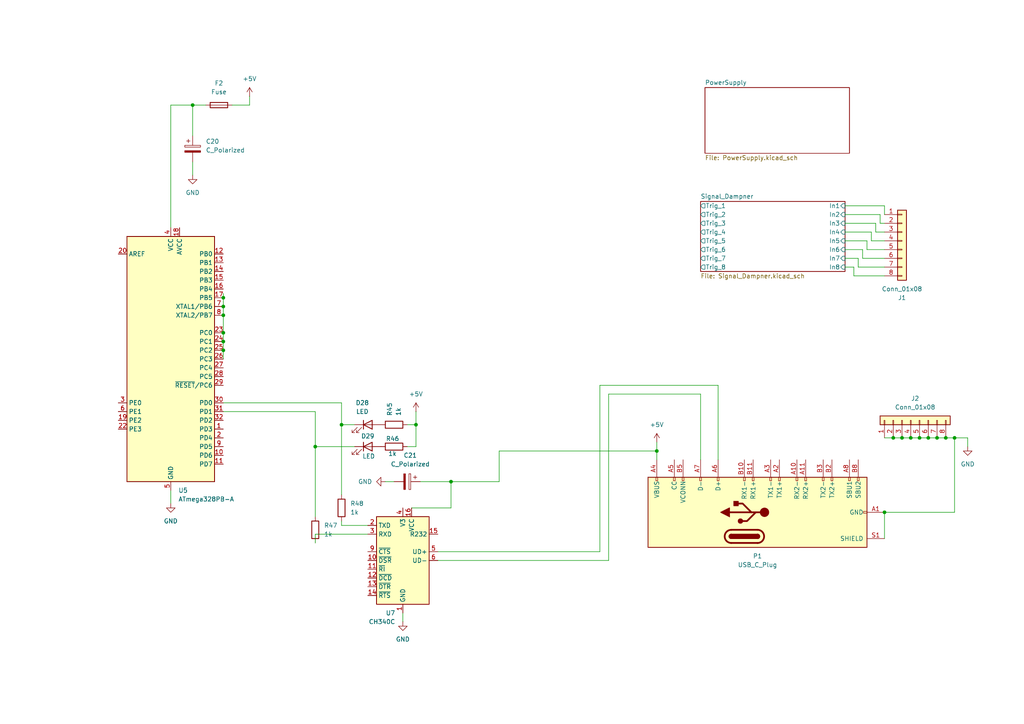
<source format=kicad_sch>
(kicad_sch
	(version 20231120)
	(generator "eeschema")
	(generator_version "8.0")
	(uuid "07e66178-a733-4fc1-96a2-809a74de5e50")
	(paper "A4")
	(lib_symbols
		(symbol "Connector:USB_C_Plug"
			(pin_names
				(offset 1.016)
			)
			(exclude_from_sim no)
			(in_bom yes)
			(on_board yes)
			(property "Reference" "P"
				(at -10.16 29.21 0)
				(effects
					(font
						(size 1.27 1.27)
					)
					(justify left)
				)
			)
			(property "Value" "USB_C_Plug"
				(at 10.16 29.21 0)
				(effects
					(font
						(size 1.27 1.27)
					)
					(justify right)
				)
			)
			(property "Footprint" ""
				(at 3.81 0 0)
				(effects
					(font
						(size 1.27 1.27)
					)
					(hide yes)
				)
			)
			(property "Datasheet" "https://www.usb.org/sites/default/files/documents/usb_type-c.zip"
				(at 3.81 0 0)
				(effects
					(font
						(size 1.27 1.27)
					)
					(hide yes)
				)
			)
			(property "Description" "USB Type-C Plug connector"
				(at 0 0 0)
				(effects
					(font
						(size 1.27 1.27)
					)
					(hide yes)
				)
			)
			(property "ki_keywords" "usb universal serial bus"
				(at 0 0 0)
				(effects
					(font
						(size 1.27 1.27)
					)
					(hide yes)
				)
			)
			(property "ki_fp_filters" "USB*C*Plug*"
				(at 0 0 0)
				(effects
					(font
						(size 1.27 1.27)
					)
					(hide yes)
				)
			)
			(symbol "USB_C_Plug_0_0"
				(rectangle
					(start -0.254 -35.56)
					(end 0.254 -34.544)
					(stroke
						(width 0)
						(type default)
					)
					(fill
						(type none)
					)
				)
				(rectangle
					(start 10.16 -32.766)
					(end 9.144 -33.274)
					(stroke
						(width 0)
						(type default)
					)
					(fill
						(type none)
					)
				)
				(rectangle
					(start 10.16 -30.226)
					(end 9.144 -30.734)
					(stroke
						(width 0)
						(type default)
					)
					(fill
						(type none)
					)
				)
				(rectangle
					(start 10.16 -25.146)
					(end 9.144 -25.654)
					(stroke
						(width 0)
						(type default)
					)
					(fill
						(type none)
					)
				)
				(rectangle
					(start 10.16 -22.606)
					(end 9.144 -23.114)
					(stroke
						(width 0)
						(type default)
					)
					(fill
						(type none)
					)
				)
				(rectangle
					(start 10.16 -17.526)
					(end 9.144 -18.034)
					(stroke
						(width 0)
						(type default)
					)
					(fill
						(type none)
					)
				)
				(rectangle
					(start 10.16 -14.986)
					(end 9.144 -15.494)
					(stroke
						(width 0)
						(type default)
					)
					(fill
						(type none)
					)
				)
				(rectangle
					(start 10.16 -9.906)
					(end 9.144 -10.414)
					(stroke
						(width 0)
						(type default)
					)
					(fill
						(type none)
					)
				)
				(rectangle
					(start 10.16 -7.366)
					(end 9.144 -7.874)
					(stroke
						(width 0)
						(type default)
					)
					(fill
						(type none)
					)
				)
				(rectangle
					(start 10.16 -2.286)
					(end 9.144 -2.794)
					(stroke
						(width 0)
						(type default)
					)
					(fill
						(type none)
					)
				)
				(rectangle
					(start 10.16 0.254)
					(end 9.144 -0.254)
					(stroke
						(width 0)
						(type default)
					)
					(fill
						(type none)
					)
				)
				(rectangle
					(start 10.16 7.874)
					(end 9.144 7.366)
					(stroke
						(width 0)
						(type default)
					)
					(fill
						(type none)
					)
				)
				(rectangle
					(start 10.16 12.954)
					(end 9.144 12.446)
					(stroke
						(width 0)
						(type default)
					)
					(fill
						(type none)
					)
				)
				(rectangle
					(start 10.16 18.034)
					(end 9.144 17.526)
					(stroke
						(width 0)
						(type default)
					)
					(fill
						(type none)
					)
				)
				(rectangle
					(start 10.16 20.574)
					(end 9.144 20.066)
					(stroke
						(width 0)
						(type default)
					)
					(fill
						(type none)
					)
				)
				(rectangle
					(start 10.16 25.654)
					(end 9.144 25.146)
					(stroke
						(width 0)
						(type default)
					)
					(fill
						(type none)
					)
				)
			)
			(symbol "USB_C_Plug_0_1"
				(rectangle
					(start -10.16 27.94)
					(end 10.16 -35.56)
					(stroke
						(width 0.254)
						(type default)
					)
					(fill
						(type background)
					)
				)
				(arc
					(start -8.89 -3.81)
					(mid -6.985 -5.7067)
					(end -5.08 -3.81)
					(stroke
						(width 0.508)
						(type default)
					)
					(fill
						(type none)
					)
				)
				(arc
					(start -7.62 -3.81)
					(mid -6.985 -4.4423)
					(end -6.35 -3.81)
					(stroke
						(width 0.254)
						(type default)
					)
					(fill
						(type none)
					)
				)
				(arc
					(start -7.62 -3.81)
					(mid -6.985 -4.4423)
					(end -6.35 -3.81)
					(stroke
						(width 0.254)
						(type default)
					)
					(fill
						(type outline)
					)
				)
				(rectangle
					(start -7.62 -3.81)
					(end -6.35 3.81)
					(stroke
						(width 0.254)
						(type default)
					)
					(fill
						(type outline)
					)
				)
				(arc
					(start -6.35 3.81)
					(mid -6.985 4.4423)
					(end -7.62 3.81)
					(stroke
						(width 0.254)
						(type default)
					)
					(fill
						(type none)
					)
				)
				(arc
					(start -6.35 3.81)
					(mid -6.985 4.4423)
					(end -7.62 3.81)
					(stroke
						(width 0.254)
						(type default)
					)
					(fill
						(type outline)
					)
				)
				(arc
					(start -5.08 3.81)
					(mid -6.985 5.7067)
					(end -8.89 3.81)
					(stroke
						(width 0.508)
						(type default)
					)
					(fill
						(type none)
					)
				)
				(polyline
					(pts
						(xy -8.89 -3.81) (xy -8.89 3.81)
					)
					(stroke
						(width 0.508)
						(type default)
					)
					(fill
						(type none)
					)
				)
				(polyline
					(pts
						(xy -5.08 3.81) (xy -5.08 -3.81)
					)
					(stroke
						(width 0.508)
						(type default)
					)
					(fill
						(type none)
					)
				)
			)
			(symbol "USB_C_Plug_1_1"
				(circle
					(center -2.54 1.143)
					(radius 0.635)
					(stroke
						(width 0.254)
						(type default)
					)
					(fill
						(type outline)
					)
				)
				(circle
					(center 0 -5.842)
					(radius 1.27)
					(stroke
						(width 0)
						(type default)
					)
					(fill
						(type outline)
					)
				)
				(polyline
					(pts
						(xy 0 -5.842) (xy 0 4.318)
					)
					(stroke
						(width 0.508)
						(type default)
					)
					(fill
						(type none)
					)
				)
				(polyline
					(pts
						(xy 0 -3.302) (xy -2.54 -0.762) (xy -2.54 0.508)
					)
					(stroke
						(width 0.508)
						(type default)
					)
					(fill
						(type none)
					)
				)
				(polyline
					(pts
						(xy 0 -2.032) (xy 2.54 0.508) (xy 2.54 1.778)
					)
					(stroke
						(width 0.508)
						(type default)
					)
					(fill
						(type none)
					)
				)
				(polyline
					(pts
						(xy -1.27 4.318) (xy 0 6.858) (xy 1.27 4.318) (xy -1.27 4.318)
					)
					(stroke
						(width 0.254)
						(type default)
					)
					(fill
						(type outline)
					)
				)
				(rectangle
					(start 1.905 1.778)
					(end 3.175 3.048)
					(stroke
						(width 0.254)
						(type default)
					)
					(fill
						(type outline)
					)
				)
				(pin passive line
					(at 0 -40.64 90)
					(length 5.08)
					(name "GND"
						(effects
							(font
								(size 1.27 1.27)
							)
						)
					)
					(number "A1"
						(effects
							(font
								(size 1.27 1.27)
							)
						)
					)
				)
				(pin bidirectional line
					(at 15.24 -15.24 180)
					(length 5.08)
					(name "RX2-"
						(effects
							(font
								(size 1.27 1.27)
							)
						)
					)
					(number "A10"
						(effects
							(font
								(size 1.27 1.27)
							)
						)
					)
				)
				(pin bidirectional line
					(at 15.24 -17.78 180)
					(length 5.08)
					(name "RX2+"
						(effects
							(font
								(size 1.27 1.27)
							)
						)
					)
					(number "A11"
						(effects
							(font
								(size 1.27 1.27)
							)
						)
					)
				)
				(pin passive line
					(at 0 -40.64 90)
					(length 5.08) hide
					(name "GND"
						(effects
							(font
								(size 1.27 1.27)
							)
						)
					)
					(number "A12"
						(effects
							(font
								(size 1.27 1.27)
							)
						)
					)
				)
				(pin bidirectional line
					(at 15.24 -10.16 180)
					(length 5.08)
					(name "TX1+"
						(effects
							(font
								(size 1.27 1.27)
							)
						)
					)
					(number "A2"
						(effects
							(font
								(size 1.27 1.27)
							)
						)
					)
				)
				(pin bidirectional line
					(at 15.24 -7.62 180)
					(length 5.08)
					(name "TX1-"
						(effects
							(font
								(size 1.27 1.27)
							)
						)
					)
					(number "A3"
						(effects
							(font
								(size 1.27 1.27)
							)
						)
					)
				)
				(pin passive line
					(at 15.24 25.4 180)
					(length 5.08)
					(name "VBUS"
						(effects
							(font
								(size 1.27 1.27)
							)
						)
					)
					(number "A4"
						(effects
							(font
								(size 1.27 1.27)
							)
						)
					)
				)
				(pin bidirectional line
					(at 15.24 20.32 180)
					(length 5.08)
					(name "CC"
						(effects
							(font
								(size 1.27 1.27)
							)
						)
					)
					(number "A5"
						(effects
							(font
								(size 1.27 1.27)
							)
						)
					)
				)
				(pin bidirectional line
					(at 15.24 7.62 180)
					(length 5.08)
					(name "D+"
						(effects
							(font
								(size 1.27 1.27)
							)
						)
					)
					(number "A6"
						(effects
							(font
								(size 1.27 1.27)
							)
						)
					)
				)
				(pin bidirectional line
					(at 15.24 12.7 180)
					(length 5.08)
					(name "D-"
						(effects
							(font
								(size 1.27 1.27)
							)
						)
					)
					(number "A7"
						(effects
							(font
								(size 1.27 1.27)
							)
						)
					)
				)
				(pin bidirectional line
					(at 15.24 -30.48 180)
					(length 5.08)
					(name "SBU1"
						(effects
							(font
								(size 1.27 1.27)
							)
						)
					)
					(number "A8"
						(effects
							(font
								(size 1.27 1.27)
							)
						)
					)
				)
				(pin passive line
					(at 15.24 25.4 180)
					(length 5.08) hide
					(name "VBUS"
						(effects
							(font
								(size 1.27 1.27)
							)
						)
					)
					(number "A9"
						(effects
							(font
								(size 1.27 1.27)
							)
						)
					)
				)
				(pin passive line
					(at 0 -40.64 90)
					(length 5.08) hide
					(name "GND"
						(effects
							(font
								(size 1.27 1.27)
							)
						)
					)
					(number "B1"
						(effects
							(font
								(size 1.27 1.27)
							)
						)
					)
				)
				(pin bidirectional line
					(at 15.24 0 180)
					(length 5.08)
					(name "RX1-"
						(effects
							(font
								(size 1.27 1.27)
							)
						)
					)
					(number "B10"
						(effects
							(font
								(size 1.27 1.27)
							)
						)
					)
				)
				(pin bidirectional line
					(at 15.24 -2.54 180)
					(length 5.08)
					(name "RX1+"
						(effects
							(font
								(size 1.27 1.27)
							)
						)
					)
					(number "B11"
						(effects
							(font
								(size 1.27 1.27)
							)
						)
					)
				)
				(pin passive line
					(at 0 -40.64 90)
					(length 5.08) hide
					(name "GND"
						(effects
							(font
								(size 1.27 1.27)
							)
						)
					)
					(number "B12"
						(effects
							(font
								(size 1.27 1.27)
							)
						)
					)
				)
				(pin bidirectional line
					(at 15.24 -25.4 180)
					(length 5.08)
					(name "TX2+"
						(effects
							(font
								(size 1.27 1.27)
							)
						)
					)
					(number "B2"
						(effects
							(font
								(size 1.27 1.27)
							)
						)
					)
				)
				(pin bidirectional line
					(at 15.24 -22.86 180)
					(length 5.08)
					(name "TX2-"
						(effects
							(font
								(size 1.27 1.27)
							)
						)
					)
					(number "B3"
						(effects
							(font
								(size 1.27 1.27)
							)
						)
					)
				)
				(pin passive line
					(at 15.24 25.4 180)
					(length 5.08) hide
					(name "VBUS"
						(effects
							(font
								(size 1.27 1.27)
							)
						)
					)
					(number "B4"
						(effects
							(font
								(size 1.27 1.27)
							)
						)
					)
				)
				(pin bidirectional line
					(at 15.24 17.78 180)
					(length 5.08)
					(name "VCONN"
						(effects
							(font
								(size 1.27 1.27)
							)
						)
					)
					(number "B5"
						(effects
							(font
								(size 1.27 1.27)
							)
						)
					)
				)
				(pin bidirectional line
					(at 15.24 -33.02 180)
					(length 5.08)
					(name "SBU2"
						(effects
							(font
								(size 1.27 1.27)
							)
						)
					)
					(number "B8"
						(effects
							(font
								(size 1.27 1.27)
							)
						)
					)
				)
				(pin passive line
					(at 15.24 25.4 180)
					(length 5.08) hide
					(name "VBUS"
						(effects
							(font
								(size 1.27 1.27)
							)
						)
					)
					(number "B9"
						(effects
							(font
								(size 1.27 1.27)
							)
						)
					)
				)
				(pin passive line
					(at -7.62 -40.64 90)
					(length 5.08)
					(name "SHIELD"
						(effects
							(font
								(size 1.27 1.27)
							)
						)
					)
					(number "S1"
						(effects
							(font
								(size 1.27 1.27)
							)
						)
					)
				)
			)
		)
		(symbol "Connector_Generic:Conn_01x08"
			(pin_names
				(offset 1.016) hide)
			(exclude_from_sim no)
			(in_bom yes)
			(on_board yes)
			(property "Reference" "J"
				(at 0 10.16 0)
				(effects
					(font
						(size 1.27 1.27)
					)
				)
			)
			(property "Value" "Conn_01x08"
				(at 0 -12.7 0)
				(effects
					(font
						(size 1.27 1.27)
					)
				)
			)
			(property "Footprint" ""
				(at 0 0 0)
				(effects
					(font
						(size 1.27 1.27)
					)
					(hide yes)
				)
			)
			(property "Datasheet" "~"
				(at 0 0 0)
				(effects
					(font
						(size 1.27 1.27)
					)
					(hide yes)
				)
			)
			(property "Description" "Generic connector, single row, 01x08, script generated (kicad-library-utils/schlib/autogen/connector/)"
				(at 0 0 0)
				(effects
					(font
						(size 1.27 1.27)
					)
					(hide yes)
				)
			)
			(property "ki_keywords" "connector"
				(at 0 0 0)
				(effects
					(font
						(size 1.27 1.27)
					)
					(hide yes)
				)
			)
			(property "ki_fp_filters" "Connector*:*_1x??_*"
				(at 0 0 0)
				(effects
					(font
						(size 1.27 1.27)
					)
					(hide yes)
				)
			)
			(symbol "Conn_01x08_1_1"
				(rectangle
					(start -1.27 -10.033)
					(end 0 -10.287)
					(stroke
						(width 0.1524)
						(type default)
					)
					(fill
						(type none)
					)
				)
				(rectangle
					(start -1.27 -7.493)
					(end 0 -7.747)
					(stroke
						(width 0.1524)
						(type default)
					)
					(fill
						(type none)
					)
				)
				(rectangle
					(start -1.27 -4.953)
					(end 0 -5.207)
					(stroke
						(width 0.1524)
						(type default)
					)
					(fill
						(type none)
					)
				)
				(rectangle
					(start -1.27 -2.413)
					(end 0 -2.667)
					(stroke
						(width 0.1524)
						(type default)
					)
					(fill
						(type none)
					)
				)
				(rectangle
					(start -1.27 0.127)
					(end 0 -0.127)
					(stroke
						(width 0.1524)
						(type default)
					)
					(fill
						(type none)
					)
				)
				(rectangle
					(start -1.27 2.667)
					(end 0 2.413)
					(stroke
						(width 0.1524)
						(type default)
					)
					(fill
						(type none)
					)
				)
				(rectangle
					(start -1.27 5.207)
					(end 0 4.953)
					(stroke
						(width 0.1524)
						(type default)
					)
					(fill
						(type none)
					)
				)
				(rectangle
					(start -1.27 7.747)
					(end 0 7.493)
					(stroke
						(width 0.1524)
						(type default)
					)
					(fill
						(type none)
					)
				)
				(rectangle
					(start -1.27 8.89)
					(end 1.27 -11.43)
					(stroke
						(width 0.254)
						(type default)
					)
					(fill
						(type background)
					)
				)
				(pin passive line
					(at -5.08 7.62 0)
					(length 3.81)
					(name "Pin_1"
						(effects
							(font
								(size 1.27 1.27)
							)
						)
					)
					(number "1"
						(effects
							(font
								(size 1.27 1.27)
							)
						)
					)
				)
				(pin passive line
					(at -5.08 5.08 0)
					(length 3.81)
					(name "Pin_2"
						(effects
							(font
								(size 1.27 1.27)
							)
						)
					)
					(number "2"
						(effects
							(font
								(size 1.27 1.27)
							)
						)
					)
				)
				(pin passive line
					(at -5.08 2.54 0)
					(length 3.81)
					(name "Pin_3"
						(effects
							(font
								(size 1.27 1.27)
							)
						)
					)
					(number "3"
						(effects
							(font
								(size 1.27 1.27)
							)
						)
					)
				)
				(pin passive line
					(at -5.08 0 0)
					(length 3.81)
					(name "Pin_4"
						(effects
							(font
								(size 1.27 1.27)
							)
						)
					)
					(number "4"
						(effects
							(font
								(size 1.27 1.27)
							)
						)
					)
				)
				(pin passive line
					(at -5.08 -2.54 0)
					(length 3.81)
					(name "Pin_5"
						(effects
							(font
								(size 1.27 1.27)
							)
						)
					)
					(number "5"
						(effects
							(font
								(size 1.27 1.27)
							)
						)
					)
				)
				(pin passive line
					(at -5.08 -5.08 0)
					(length 3.81)
					(name "Pin_6"
						(effects
							(font
								(size 1.27 1.27)
							)
						)
					)
					(number "6"
						(effects
							(font
								(size 1.27 1.27)
							)
						)
					)
				)
				(pin passive line
					(at -5.08 -7.62 0)
					(length 3.81)
					(name "Pin_7"
						(effects
							(font
								(size 1.27 1.27)
							)
						)
					)
					(number "7"
						(effects
							(font
								(size 1.27 1.27)
							)
						)
					)
				)
				(pin passive line
					(at -5.08 -10.16 0)
					(length 3.81)
					(name "Pin_8"
						(effects
							(font
								(size 1.27 1.27)
							)
						)
					)
					(number "8"
						(effects
							(font
								(size 1.27 1.27)
							)
						)
					)
				)
			)
		)
		(symbol "Device:C_Polarized"
			(pin_numbers hide)
			(pin_names
				(offset 0.254)
			)
			(exclude_from_sim no)
			(in_bom yes)
			(on_board yes)
			(property "Reference" "C"
				(at 0.635 2.54 0)
				(effects
					(font
						(size 1.27 1.27)
					)
					(justify left)
				)
			)
			(property "Value" "C_Polarized"
				(at 0.635 -2.54 0)
				(effects
					(font
						(size 1.27 1.27)
					)
					(justify left)
				)
			)
			(property "Footprint" ""
				(at 0.9652 -3.81 0)
				(effects
					(font
						(size 1.27 1.27)
					)
					(hide yes)
				)
			)
			(property "Datasheet" "~"
				(at 0 0 0)
				(effects
					(font
						(size 1.27 1.27)
					)
					(hide yes)
				)
			)
			(property "Description" "Polarized capacitor"
				(at 0 0 0)
				(effects
					(font
						(size 1.27 1.27)
					)
					(hide yes)
				)
			)
			(property "ki_keywords" "cap capacitor"
				(at 0 0 0)
				(effects
					(font
						(size 1.27 1.27)
					)
					(hide yes)
				)
			)
			(property "ki_fp_filters" "CP_*"
				(at 0 0 0)
				(effects
					(font
						(size 1.27 1.27)
					)
					(hide yes)
				)
			)
			(symbol "C_Polarized_0_1"
				(rectangle
					(start -2.286 0.508)
					(end 2.286 1.016)
					(stroke
						(width 0)
						(type default)
					)
					(fill
						(type none)
					)
				)
				(polyline
					(pts
						(xy -1.778 2.286) (xy -0.762 2.286)
					)
					(stroke
						(width 0)
						(type default)
					)
					(fill
						(type none)
					)
				)
				(polyline
					(pts
						(xy -1.27 2.794) (xy -1.27 1.778)
					)
					(stroke
						(width 0)
						(type default)
					)
					(fill
						(type none)
					)
				)
				(rectangle
					(start 2.286 -0.508)
					(end -2.286 -1.016)
					(stroke
						(width 0)
						(type default)
					)
					(fill
						(type outline)
					)
				)
			)
			(symbol "C_Polarized_1_1"
				(pin passive line
					(at 0 3.81 270)
					(length 2.794)
					(name "~"
						(effects
							(font
								(size 1.27 1.27)
							)
						)
					)
					(number "1"
						(effects
							(font
								(size 1.27 1.27)
							)
						)
					)
				)
				(pin passive line
					(at 0 -3.81 90)
					(length 2.794)
					(name "~"
						(effects
							(font
								(size 1.27 1.27)
							)
						)
					)
					(number "2"
						(effects
							(font
								(size 1.27 1.27)
							)
						)
					)
				)
			)
		)
		(symbol "Device:Fuse"
			(pin_numbers hide)
			(pin_names
				(offset 0)
			)
			(exclude_from_sim no)
			(in_bom yes)
			(on_board yes)
			(property "Reference" "F"
				(at 2.032 0 90)
				(effects
					(font
						(size 1.27 1.27)
					)
				)
			)
			(property "Value" "Fuse"
				(at -1.905 0 90)
				(effects
					(font
						(size 1.27 1.27)
					)
				)
			)
			(property "Footprint" ""
				(at -1.778 0 90)
				(effects
					(font
						(size 1.27 1.27)
					)
					(hide yes)
				)
			)
			(property "Datasheet" "~"
				(at 0 0 0)
				(effects
					(font
						(size 1.27 1.27)
					)
					(hide yes)
				)
			)
			(property "Description" "Fuse"
				(at 0 0 0)
				(effects
					(font
						(size 1.27 1.27)
					)
					(hide yes)
				)
			)
			(property "ki_keywords" "fuse"
				(at 0 0 0)
				(effects
					(font
						(size 1.27 1.27)
					)
					(hide yes)
				)
			)
			(property "ki_fp_filters" "*Fuse*"
				(at 0 0 0)
				(effects
					(font
						(size 1.27 1.27)
					)
					(hide yes)
				)
			)
			(symbol "Fuse_0_1"
				(rectangle
					(start -0.762 -2.54)
					(end 0.762 2.54)
					(stroke
						(width 0.254)
						(type default)
					)
					(fill
						(type none)
					)
				)
				(polyline
					(pts
						(xy 0 2.54) (xy 0 -2.54)
					)
					(stroke
						(width 0)
						(type default)
					)
					(fill
						(type none)
					)
				)
			)
			(symbol "Fuse_1_1"
				(pin passive line
					(at 0 3.81 270)
					(length 1.27)
					(name "~"
						(effects
							(font
								(size 1.27 1.27)
							)
						)
					)
					(number "1"
						(effects
							(font
								(size 1.27 1.27)
							)
						)
					)
				)
				(pin passive line
					(at 0 -3.81 90)
					(length 1.27)
					(name "~"
						(effects
							(font
								(size 1.27 1.27)
							)
						)
					)
					(number "2"
						(effects
							(font
								(size 1.27 1.27)
							)
						)
					)
				)
			)
		)
		(symbol "Device:LED"
			(pin_numbers hide)
			(pin_names
				(offset 1.016) hide)
			(exclude_from_sim no)
			(in_bom yes)
			(on_board yes)
			(property "Reference" "D"
				(at 0 2.54 0)
				(effects
					(font
						(size 1.27 1.27)
					)
				)
			)
			(property "Value" "LED"
				(at 0 -2.54 0)
				(effects
					(font
						(size 1.27 1.27)
					)
				)
			)
			(property "Footprint" ""
				(at 0 0 0)
				(effects
					(font
						(size 1.27 1.27)
					)
					(hide yes)
				)
			)
			(property "Datasheet" "~"
				(at 0 0 0)
				(effects
					(font
						(size 1.27 1.27)
					)
					(hide yes)
				)
			)
			(property "Description" "Light emitting diode"
				(at 0 0 0)
				(effects
					(font
						(size 1.27 1.27)
					)
					(hide yes)
				)
			)
			(property "ki_keywords" "LED diode"
				(at 0 0 0)
				(effects
					(font
						(size 1.27 1.27)
					)
					(hide yes)
				)
			)
			(property "ki_fp_filters" "LED* LED_SMD:* LED_THT:*"
				(at 0 0 0)
				(effects
					(font
						(size 1.27 1.27)
					)
					(hide yes)
				)
			)
			(symbol "LED_0_1"
				(polyline
					(pts
						(xy -1.27 -1.27) (xy -1.27 1.27)
					)
					(stroke
						(width 0.254)
						(type default)
					)
					(fill
						(type none)
					)
				)
				(polyline
					(pts
						(xy -1.27 0) (xy 1.27 0)
					)
					(stroke
						(width 0)
						(type default)
					)
					(fill
						(type none)
					)
				)
				(polyline
					(pts
						(xy 1.27 -1.27) (xy 1.27 1.27) (xy -1.27 0) (xy 1.27 -1.27)
					)
					(stroke
						(width 0.254)
						(type default)
					)
					(fill
						(type none)
					)
				)
				(polyline
					(pts
						(xy -3.048 -0.762) (xy -4.572 -2.286) (xy -3.81 -2.286) (xy -4.572 -2.286) (xy -4.572 -1.524)
					)
					(stroke
						(width 0)
						(type default)
					)
					(fill
						(type none)
					)
				)
				(polyline
					(pts
						(xy -1.778 -0.762) (xy -3.302 -2.286) (xy -2.54 -2.286) (xy -3.302 -2.286) (xy -3.302 -1.524)
					)
					(stroke
						(width 0)
						(type default)
					)
					(fill
						(type none)
					)
				)
			)
			(symbol "LED_1_1"
				(pin passive line
					(at -3.81 0 0)
					(length 2.54)
					(name "K"
						(effects
							(font
								(size 1.27 1.27)
							)
						)
					)
					(number "1"
						(effects
							(font
								(size 1.27 1.27)
							)
						)
					)
				)
				(pin passive line
					(at 3.81 0 180)
					(length 2.54)
					(name "A"
						(effects
							(font
								(size 1.27 1.27)
							)
						)
					)
					(number "2"
						(effects
							(font
								(size 1.27 1.27)
							)
						)
					)
				)
			)
		)
		(symbol "Device:R"
			(pin_numbers hide)
			(pin_names
				(offset 0)
			)
			(exclude_from_sim no)
			(in_bom yes)
			(on_board yes)
			(property "Reference" "R"
				(at 2.032 0 90)
				(effects
					(font
						(size 1.27 1.27)
					)
				)
			)
			(property "Value" "R"
				(at 0 0 90)
				(effects
					(font
						(size 1.27 1.27)
					)
				)
			)
			(property "Footprint" ""
				(at -1.778 0 90)
				(effects
					(font
						(size 1.27 1.27)
					)
					(hide yes)
				)
			)
			(property "Datasheet" "~"
				(at 0 0 0)
				(effects
					(font
						(size 1.27 1.27)
					)
					(hide yes)
				)
			)
			(property "Description" "Resistor"
				(at 0 0 0)
				(effects
					(font
						(size 1.27 1.27)
					)
					(hide yes)
				)
			)
			(property "ki_keywords" "R res resistor"
				(at 0 0 0)
				(effects
					(font
						(size 1.27 1.27)
					)
					(hide yes)
				)
			)
			(property "ki_fp_filters" "R_*"
				(at 0 0 0)
				(effects
					(font
						(size 1.27 1.27)
					)
					(hide yes)
				)
			)
			(symbol "R_0_1"
				(rectangle
					(start -1.016 -2.54)
					(end 1.016 2.54)
					(stroke
						(width 0.254)
						(type default)
					)
					(fill
						(type none)
					)
				)
			)
			(symbol "R_1_1"
				(pin passive line
					(at 0 3.81 270)
					(length 1.27)
					(name "~"
						(effects
							(font
								(size 1.27 1.27)
							)
						)
					)
					(number "1"
						(effects
							(font
								(size 1.27 1.27)
							)
						)
					)
				)
				(pin passive line
					(at 0 -3.81 90)
					(length 1.27)
					(name "~"
						(effects
							(font
								(size 1.27 1.27)
							)
						)
					)
					(number "2"
						(effects
							(font
								(size 1.27 1.27)
							)
						)
					)
				)
			)
		)
		(symbol "Interface_USB:CH340C"
			(exclude_from_sim no)
			(in_bom yes)
			(on_board yes)
			(property "Reference" "U"
				(at -5.08 13.97 0)
				(effects
					(font
						(size 1.27 1.27)
					)
					(justify right)
				)
			)
			(property "Value" "CH340C"
				(at 1.27 13.97 0)
				(effects
					(font
						(size 1.27 1.27)
					)
					(justify left)
				)
			)
			(property "Footprint" "Package_SO:SOIC-16_3.9x9.9mm_P1.27mm"
				(at -18.542 30.226 0)
				(effects
					(font
						(size 1.27 1.27)
					)
					(justify left)
					(hide yes)
				)
			)
			(property "Datasheet" "https://datasheet.lcsc.com/szlcsc/Jiangsu-Qin-Heng-CH340C_C84681.pdf"
				(at -6.604 33.274 0)
				(effects
					(font
						(size 1.27 1.27)
					)
					(hide yes)
				)
			)
			(property "Description" "USB serial converter, crystal-less, UART, SOIC-16"
				(at -1.524 36.068 0)
				(effects
					(font
						(size 1.27 1.27)
					)
					(hide yes)
				)
			)
			(property "ki_keywords" "USB UART Serial Converter Interface"
				(at 0 0 0)
				(effects
					(font
						(size 1.27 1.27)
					)
					(hide yes)
				)
			)
			(property "ki_fp_filters" "SOIC*3.9x9.9mm*P1.27mm*"
				(at 0 0 0)
				(effects
					(font
						(size 1.27 1.27)
					)
					(hide yes)
				)
			)
			(symbol "CH340C_0_1"
				(rectangle
					(start -7.62 12.7)
					(end 7.62 -12.7)
					(stroke
						(width 0.254)
						(type default)
					)
					(fill
						(type background)
					)
				)
			)
			(symbol "CH340C_1_1"
				(pin power_in line
					(at 0 -15.24 90)
					(length 2.54)
					(name "GND"
						(effects
							(font
								(size 1.27 1.27)
							)
						)
					)
					(number "1"
						(effects
							(font
								(size 1.27 1.27)
							)
						)
					)
				)
				(pin input line
					(at 10.16 0 180)
					(length 2.54)
					(name "~{DSR}"
						(effects
							(font
								(size 1.27 1.27)
							)
						)
					)
					(number "10"
						(effects
							(font
								(size 1.27 1.27)
							)
						)
					)
				)
				(pin input line
					(at 10.16 -2.54 180)
					(length 2.54)
					(name "~{RI}"
						(effects
							(font
								(size 1.27 1.27)
							)
						)
					)
					(number "11"
						(effects
							(font
								(size 1.27 1.27)
							)
						)
					)
				)
				(pin input line
					(at 10.16 -5.08 180)
					(length 2.54)
					(name "~{DCD}"
						(effects
							(font
								(size 1.27 1.27)
							)
						)
					)
					(number "12"
						(effects
							(font
								(size 1.27 1.27)
							)
						)
					)
				)
				(pin output line
					(at 10.16 -7.62 180)
					(length 2.54)
					(name "~{DTR}"
						(effects
							(font
								(size 1.27 1.27)
							)
						)
					)
					(number "13"
						(effects
							(font
								(size 1.27 1.27)
							)
						)
					)
				)
				(pin output line
					(at 10.16 -10.16 180)
					(length 2.54)
					(name "~{RTS}"
						(effects
							(font
								(size 1.27 1.27)
							)
						)
					)
					(number "14"
						(effects
							(font
								(size 1.27 1.27)
							)
						)
					)
				)
				(pin input line
					(at -10.16 7.62 0)
					(length 2.54)
					(name "R232"
						(effects
							(font
								(size 1.27 1.27)
							)
						)
					)
					(number "15"
						(effects
							(font
								(size 1.27 1.27)
							)
						)
					)
				)
				(pin power_in line
					(at -2.54 15.24 270)
					(length 2.54)
					(name "VCC"
						(effects
							(font
								(size 1.27 1.27)
							)
						)
					)
					(number "16"
						(effects
							(font
								(size 1.27 1.27)
							)
						)
					)
				)
				(pin output line
					(at 10.16 10.16 180)
					(length 2.54)
					(name "TXD"
						(effects
							(font
								(size 1.27 1.27)
							)
						)
					)
					(number "2"
						(effects
							(font
								(size 1.27 1.27)
							)
						)
					)
				)
				(pin input line
					(at 10.16 7.62 180)
					(length 2.54)
					(name "RXD"
						(effects
							(font
								(size 1.27 1.27)
							)
						)
					)
					(number "3"
						(effects
							(font
								(size 1.27 1.27)
							)
						)
					)
				)
				(pin power_out line
					(at 0 15.24 270)
					(length 2.54)
					(name "V3"
						(effects
							(font
								(size 1.27 1.27)
							)
						)
					)
					(number "4"
						(effects
							(font
								(size 1.27 1.27)
							)
						)
					)
				)
				(pin bidirectional line
					(at -10.16 2.54 0)
					(length 2.54)
					(name "UD+"
						(effects
							(font
								(size 1.27 1.27)
							)
						)
					)
					(number "5"
						(effects
							(font
								(size 1.27 1.27)
							)
						)
					)
				)
				(pin bidirectional line
					(at -10.16 0 0)
					(length 2.54)
					(name "UD-"
						(effects
							(font
								(size 1.27 1.27)
							)
						)
					)
					(number "6"
						(effects
							(font
								(size 1.27 1.27)
							)
						)
					)
				)
				(pin no_connect line
					(at -7.62 -5.08 0)
					(length 2.54) hide
					(name "NC"
						(effects
							(font
								(size 1.27 1.27)
							)
						)
					)
					(number "7"
						(effects
							(font
								(size 1.27 1.27)
							)
						)
					)
				)
				(pin no_connect line
					(at -7.62 -7.62 0)
					(length 2.54) hide
					(name "NC"
						(effects
							(font
								(size 1.27 1.27)
							)
						)
					)
					(number "8"
						(effects
							(font
								(size 1.27 1.27)
							)
						)
					)
				)
				(pin input line
					(at 10.16 2.54 180)
					(length 2.54)
					(name "~{CTS}"
						(effects
							(font
								(size 1.27 1.27)
							)
						)
					)
					(number "9"
						(effects
							(font
								(size 1.27 1.27)
							)
						)
					)
				)
			)
		)
		(symbol "MCU_Microchip_ATmega:ATmega328PB-A"
			(exclude_from_sim no)
			(in_bom yes)
			(on_board yes)
			(property "Reference" "U"
				(at -12.7 36.83 0)
				(effects
					(font
						(size 1.27 1.27)
					)
					(justify left bottom)
				)
			)
			(property "Value" "ATmega328PB-A"
				(at 2.54 -36.83 0)
				(effects
					(font
						(size 1.27 1.27)
					)
					(justify left top)
				)
			)
			(property "Footprint" "Package_QFP:TQFP-32_7x7mm_P0.8mm"
				(at 0 0 0)
				(effects
					(font
						(size 1.27 1.27)
						(italic yes)
					)
					(hide yes)
				)
			)
			(property "Datasheet" "http://ww1.microchip.com/downloads/en/DeviceDoc/40001906C.pdf"
				(at 0 0 0)
				(effects
					(font
						(size 1.27 1.27)
					)
					(hide yes)
				)
			)
			(property "Description" "20MHz, 32kB Flash, 2kB SRAM, 1kB EEPROM, TQFP-32"
				(at 0 0 0)
				(effects
					(font
						(size 1.27 1.27)
					)
					(hide yes)
				)
			)
			(property "ki_keywords" "AVR 8bit Microcontroller MegaAVR"
				(at 0 0 0)
				(effects
					(font
						(size 1.27 1.27)
					)
					(hide yes)
				)
			)
			(property "ki_fp_filters" "TQFP*7x7mm*P0.8mm*"
				(at 0 0 0)
				(effects
					(font
						(size 1.27 1.27)
					)
					(hide yes)
				)
			)
			(symbol "ATmega328PB-A_0_1"
				(rectangle
					(start -12.7 -35.56)
					(end 12.7 35.56)
					(stroke
						(width 0.254)
						(type default)
					)
					(fill
						(type background)
					)
				)
			)
			(symbol "ATmega328PB-A_1_1"
				(pin bidirectional line
					(at 15.24 -20.32 180)
					(length 2.54)
					(name "PD3"
						(effects
							(font
								(size 1.27 1.27)
							)
						)
					)
					(number "1"
						(effects
							(font
								(size 1.27 1.27)
							)
						)
					)
				)
				(pin bidirectional line
					(at 15.24 -27.94 180)
					(length 2.54)
					(name "PD6"
						(effects
							(font
								(size 1.27 1.27)
							)
						)
					)
					(number "10"
						(effects
							(font
								(size 1.27 1.27)
							)
						)
					)
				)
				(pin bidirectional line
					(at 15.24 -30.48 180)
					(length 2.54)
					(name "PD7"
						(effects
							(font
								(size 1.27 1.27)
							)
						)
					)
					(number "11"
						(effects
							(font
								(size 1.27 1.27)
							)
						)
					)
				)
				(pin bidirectional line
					(at 15.24 30.48 180)
					(length 2.54)
					(name "PB0"
						(effects
							(font
								(size 1.27 1.27)
							)
						)
					)
					(number "12"
						(effects
							(font
								(size 1.27 1.27)
							)
						)
					)
				)
				(pin bidirectional line
					(at 15.24 27.94 180)
					(length 2.54)
					(name "PB1"
						(effects
							(font
								(size 1.27 1.27)
							)
						)
					)
					(number "13"
						(effects
							(font
								(size 1.27 1.27)
							)
						)
					)
				)
				(pin bidirectional line
					(at 15.24 25.4 180)
					(length 2.54)
					(name "PB2"
						(effects
							(font
								(size 1.27 1.27)
							)
						)
					)
					(number "14"
						(effects
							(font
								(size 1.27 1.27)
							)
						)
					)
				)
				(pin bidirectional line
					(at 15.24 22.86 180)
					(length 2.54)
					(name "PB3"
						(effects
							(font
								(size 1.27 1.27)
							)
						)
					)
					(number "15"
						(effects
							(font
								(size 1.27 1.27)
							)
						)
					)
				)
				(pin bidirectional line
					(at 15.24 20.32 180)
					(length 2.54)
					(name "PB4"
						(effects
							(font
								(size 1.27 1.27)
							)
						)
					)
					(number "16"
						(effects
							(font
								(size 1.27 1.27)
							)
						)
					)
				)
				(pin bidirectional line
					(at 15.24 17.78 180)
					(length 2.54)
					(name "PB5"
						(effects
							(font
								(size 1.27 1.27)
							)
						)
					)
					(number "17"
						(effects
							(font
								(size 1.27 1.27)
							)
						)
					)
				)
				(pin power_in line
					(at 2.54 38.1 270)
					(length 2.54)
					(name "AVCC"
						(effects
							(font
								(size 1.27 1.27)
							)
						)
					)
					(number "18"
						(effects
							(font
								(size 1.27 1.27)
							)
						)
					)
				)
				(pin bidirectional line
					(at -15.24 -17.78 0)
					(length 2.54)
					(name "PE2"
						(effects
							(font
								(size 1.27 1.27)
							)
						)
					)
					(number "19"
						(effects
							(font
								(size 1.27 1.27)
							)
						)
					)
				)
				(pin bidirectional line
					(at 15.24 -22.86 180)
					(length 2.54)
					(name "PD4"
						(effects
							(font
								(size 1.27 1.27)
							)
						)
					)
					(number "2"
						(effects
							(font
								(size 1.27 1.27)
							)
						)
					)
				)
				(pin passive line
					(at -15.24 30.48 0)
					(length 2.54)
					(name "AREF"
						(effects
							(font
								(size 1.27 1.27)
							)
						)
					)
					(number "20"
						(effects
							(font
								(size 1.27 1.27)
							)
						)
					)
				)
				(pin passive line
					(at 0 -38.1 90)
					(length 2.54) hide
					(name "GND"
						(effects
							(font
								(size 1.27 1.27)
							)
						)
					)
					(number "21"
						(effects
							(font
								(size 1.27 1.27)
							)
						)
					)
				)
				(pin bidirectional line
					(at -15.24 -20.32 0)
					(length 2.54)
					(name "PE3"
						(effects
							(font
								(size 1.27 1.27)
							)
						)
					)
					(number "22"
						(effects
							(font
								(size 1.27 1.27)
							)
						)
					)
				)
				(pin bidirectional line
					(at 15.24 7.62 180)
					(length 2.54)
					(name "PC0"
						(effects
							(font
								(size 1.27 1.27)
							)
						)
					)
					(number "23"
						(effects
							(font
								(size 1.27 1.27)
							)
						)
					)
				)
				(pin bidirectional line
					(at 15.24 5.08 180)
					(length 2.54)
					(name "PC1"
						(effects
							(font
								(size 1.27 1.27)
							)
						)
					)
					(number "24"
						(effects
							(font
								(size 1.27 1.27)
							)
						)
					)
				)
				(pin bidirectional line
					(at 15.24 2.54 180)
					(length 2.54)
					(name "PC2"
						(effects
							(font
								(size 1.27 1.27)
							)
						)
					)
					(number "25"
						(effects
							(font
								(size 1.27 1.27)
							)
						)
					)
				)
				(pin bidirectional line
					(at 15.24 0 180)
					(length 2.54)
					(name "PC3"
						(effects
							(font
								(size 1.27 1.27)
							)
						)
					)
					(number "26"
						(effects
							(font
								(size 1.27 1.27)
							)
						)
					)
				)
				(pin bidirectional line
					(at 15.24 -2.54 180)
					(length 2.54)
					(name "PC4"
						(effects
							(font
								(size 1.27 1.27)
							)
						)
					)
					(number "27"
						(effects
							(font
								(size 1.27 1.27)
							)
						)
					)
				)
				(pin bidirectional line
					(at 15.24 -5.08 180)
					(length 2.54)
					(name "PC5"
						(effects
							(font
								(size 1.27 1.27)
							)
						)
					)
					(number "28"
						(effects
							(font
								(size 1.27 1.27)
							)
						)
					)
				)
				(pin bidirectional line
					(at 15.24 -7.62 180)
					(length 2.54)
					(name "~{RESET}/PC6"
						(effects
							(font
								(size 1.27 1.27)
							)
						)
					)
					(number "29"
						(effects
							(font
								(size 1.27 1.27)
							)
						)
					)
				)
				(pin bidirectional line
					(at -15.24 -12.7 0)
					(length 2.54)
					(name "PE0"
						(effects
							(font
								(size 1.27 1.27)
							)
						)
					)
					(number "3"
						(effects
							(font
								(size 1.27 1.27)
							)
						)
					)
				)
				(pin bidirectional line
					(at 15.24 -12.7 180)
					(length 2.54)
					(name "PD0"
						(effects
							(font
								(size 1.27 1.27)
							)
						)
					)
					(number "30"
						(effects
							(font
								(size 1.27 1.27)
							)
						)
					)
				)
				(pin bidirectional line
					(at 15.24 -15.24 180)
					(length 2.54)
					(name "PD1"
						(effects
							(font
								(size 1.27 1.27)
							)
						)
					)
					(number "31"
						(effects
							(font
								(size 1.27 1.27)
							)
						)
					)
				)
				(pin bidirectional line
					(at 15.24 -17.78 180)
					(length 2.54)
					(name "PD2"
						(effects
							(font
								(size 1.27 1.27)
							)
						)
					)
					(number "32"
						(effects
							(font
								(size 1.27 1.27)
							)
						)
					)
				)
				(pin power_in line
					(at 0 38.1 270)
					(length 2.54)
					(name "VCC"
						(effects
							(font
								(size 1.27 1.27)
							)
						)
					)
					(number "4"
						(effects
							(font
								(size 1.27 1.27)
							)
						)
					)
				)
				(pin power_in line
					(at 0 -38.1 90)
					(length 2.54)
					(name "GND"
						(effects
							(font
								(size 1.27 1.27)
							)
						)
					)
					(number "5"
						(effects
							(font
								(size 1.27 1.27)
							)
						)
					)
				)
				(pin bidirectional line
					(at -15.24 -15.24 0)
					(length 2.54)
					(name "PE1"
						(effects
							(font
								(size 1.27 1.27)
							)
						)
					)
					(number "6"
						(effects
							(font
								(size 1.27 1.27)
							)
						)
					)
				)
				(pin bidirectional line
					(at 15.24 15.24 180)
					(length 2.54)
					(name "XTAL1/PB6"
						(effects
							(font
								(size 1.27 1.27)
							)
						)
					)
					(number "7"
						(effects
							(font
								(size 1.27 1.27)
							)
						)
					)
				)
				(pin bidirectional line
					(at 15.24 12.7 180)
					(length 2.54)
					(name "XTAL2/PB7"
						(effects
							(font
								(size 1.27 1.27)
							)
						)
					)
					(number "8"
						(effects
							(font
								(size 1.27 1.27)
							)
						)
					)
				)
				(pin bidirectional line
					(at 15.24 -25.4 180)
					(length 2.54)
					(name "PD5"
						(effects
							(font
								(size 1.27 1.27)
							)
						)
					)
					(number "9"
						(effects
							(font
								(size 1.27 1.27)
							)
						)
					)
				)
			)
		)
		(symbol "power:+5V"
			(power)
			(pin_numbers hide)
			(pin_names
				(offset 0) hide)
			(exclude_from_sim no)
			(in_bom yes)
			(on_board yes)
			(property "Reference" "#PWR"
				(at 0 -3.81 0)
				(effects
					(font
						(size 1.27 1.27)
					)
					(hide yes)
				)
			)
			(property "Value" "+5V"
				(at 0 3.556 0)
				(effects
					(font
						(size 1.27 1.27)
					)
				)
			)
			(property "Footprint" ""
				(at 0 0 0)
				(effects
					(font
						(size 1.27 1.27)
					)
					(hide yes)
				)
			)
			(property "Datasheet" ""
				(at 0 0 0)
				(effects
					(font
						(size 1.27 1.27)
					)
					(hide yes)
				)
			)
			(property "Description" "Power symbol creates a global label with name \"+5V\""
				(at 0 0 0)
				(effects
					(font
						(size 1.27 1.27)
					)
					(hide yes)
				)
			)
			(property "ki_keywords" "global power"
				(at 0 0 0)
				(effects
					(font
						(size 1.27 1.27)
					)
					(hide yes)
				)
			)
			(symbol "+5V_0_1"
				(polyline
					(pts
						(xy -0.762 1.27) (xy 0 2.54)
					)
					(stroke
						(width 0)
						(type default)
					)
					(fill
						(type none)
					)
				)
				(polyline
					(pts
						(xy 0 0) (xy 0 2.54)
					)
					(stroke
						(width 0)
						(type default)
					)
					(fill
						(type none)
					)
				)
				(polyline
					(pts
						(xy 0 2.54) (xy 0.762 1.27)
					)
					(stroke
						(width 0)
						(type default)
					)
					(fill
						(type none)
					)
				)
			)
			(symbol "+5V_1_1"
				(pin power_in line
					(at 0 0 90)
					(length 0)
					(name "~"
						(effects
							(font
								(size 1.27 1.27)
							)
						)
					)
					(number "1"
						(effects
							(font
								(size 1.27 1.27)
							)
						)
					)
				)
			)
		)
		(symbol "power:GND"
			(power)
			(pin_numbers hide)
			(pin_names
				(offset 0) hide)
			(exclude_from_sim no)
			(in_bom yes)
			(on_board yes)
			(property "Reference" "#PWR"
				(at 0 -6.35 0)
				(effects
					(font
						(size 1.27 1.27)
					)
					(hide yes)
				)
			)
			(property "Value" "GND"
				(at 0 -3.81 0)
				(effects
					(font
						(size 1.27 1.27)
					)
				)
			)
			(property "Footprint" ""
				(at 0 0 0)
				(effects
					(font
						(size 1.27 1.27)
					)
					(hide yes)
				)
			)
			(property "Datasheet" ""
				(at 0 0 0)
				(effects
					(font
						(size 1.27 1.27)
					)
					(hide yes)
				)
			)
			(property "Description" "Power symbol creates a global label with name \"GND\" , ground"
				(at 0 0 0)
				(effects
					(font
						(size 1.27 1.27)
					)
					(hide yes)
				)
			)
			(property "ki_keywords" "global power"
				(at 0 0 0)
				(effects
					(font
						(size 1.27 1.27)
					)
					(hide yes)
				)
			)
			(symbol "GND_0_1"
				(polyline
					(pts
						(xy 0 0) (xy 0 -1.27) (xy 1.27 -1.27) (xy 0 -2.54) (xy -1.27 -1.27) (xy 0 -1.27)
					)
					(stroke
						(width 0)
						(type default)
					)
					(fill
						(type none)
					)
				)
			)
			(symbol "GND_1_1"
				(pin power_in line
					(at 0 0 270)
					(length 0)
					(name "~"
						(effects
							(font
								(size 1.27 1.27)
							)
						)
					)
					(number "1"
						(effects
							(font
								(size 1.27 1.27)
							)
						)
					)
				)
			)
		)
	)
	(junction
		(at 274.32 127)
		(diameter 0)
		(color 0 0 0 0)
		(uuid "02c576b8-010f-4038-86f9-82e691263596")
	)
	(junction
		(at 120.65 123.19)
		(diameter 0)
		(color 0 0 0 0)
		(uuid "1cdc42e1-3d8c-4125-87f6-65994fe2fdb7")
	)
	(junction
		(at 64.77 101.6)
		(diameter 0)
		(color 0 0 0 0)
		(uuid "2382d14f-6a61-46a1-bb40-ce585aa6130e")
	)
	(junction
		(at 264.16 127)
		(diameter 0)
		(color 0 0 0 0)
		(uuid "2f5a913b-2093-46d0-b140-0335a15324ed")
	)
	(junction
		(at 266.7 127)
		(diameter 0)
		(color 0 0 0 0)
		(uuid "34c42da7-2fda-49ce-8c85-ffd7c42a3f2f")
	)
	(junction
		(at 256.54 148.59)
		(diameter 0)
		(color 0 0 0 0)
		(uuid "37fdef32-b7dc-4af7-8ae7-9ad2f981d633")
	)
	(junction
		(at 64.77 86.36)
		(diameter 0)
		(color 0 0 0 0)
		(uuid "4ee033ee-c3b4-4506-b929-ef68f7f4feef")
	)
	(junction
		(at 261.62 127)
		(diameter 0)
		(color 0 0 0 0)
		(uuid "547c816f-cdd6-4633-a42e-4ba0b2f3b0d5")
	)
	(junction
		(at 99.06 123.19)
		(diameter 0)
		(color 0 0 0 0)
		(uuid "77f56063-55a6-4426-8974-d1f178cd09c7")
	)
	(junction
		(at 190.5 130.81)
		(diameter 0)
		(color 0 0 0 0)
		(uuid "825f2ee2-b172-47ad-8b1a-e9d600ccadbb")
	)
	(junction
		(at 64.77 96.52)
		(diameter 0)
		(color 0 0 0 0)
		(uuid "945cfcaa-3454-49a3-8fa6-7819e8046d54")
	)
	(junction
		(at 130.81 139.7)
		(diameter 0)
		(color 0 0 0 0)
		(uuid "97eed3c8-19bb-47be-8e51-15f5abe13e10")
	)
	(junction
		(at 64.77 88.9)
		(diameter 0)
		(color 0 0 0 0)
		(uuid "abca0047-1e7b-4199-a1d7-8d052e6fb892")
	)
	(junction
		(at 64.77 99.06)
		(diameter 0)
		(color 0 0 0 0)
		(uuid "b7804435-1e66-475e-a6c5-6ac5660420b2")
	)
	(junction
		(at 276.86 127)
		(diameter 0)
		(color 0 0 0 0)
		(uuid "b8a4e100-77a6-4001-a8b5-89779b3c42e3")
	)
	(junction
		(at 271.78 127)
		(diameter 0)
		(color 0 0 0 0)
		(uuid "c7b29b90-403b-4b6c-a1f0-9d3d00c5f385")
	)
	(junction
		(at 55.88 30.48)
		(diameter 0)
		(color 0 0 0 0)
		(uuid "cbfc47a5-5599-462e-846e-763befd41e6a")
	)
	(junction
		(at 269.24 127)
		(diameter 0)
		(color 0 0 0 0)
		(uuid "cc52940b-8441-42a2-bbf1-7f9a05f32ea0")
	)
	(junction
		(at 91.44 129.54)
		(diameter 0)
		(color 0 0 0 0)
		(uuid "dd0da3fc-e280-4fb4-a5c5-90f6a0aa5733")
	)
	(junction
		(at 64.77 91.44)
		(diameter 0)
		(color 0 0 0 0)
		(uuid "e083b459-ee57-41f3-8bff-79aa1659630e")
	)
	(junction
		(at 259.08 127)
		(diameter 0)
		(color 0 0 0 0)
		(uuid "e37a5084-8c40-4bb2-9416-9e26b25be1e1")
	)
	(wire
		(pts
			(xy 264.16 127) (xy 266.7 127)
		)
		(stroke
			(width 0)
			(type default)
		)
		(uuid "0324f5a2-26d4-4326-9be3-dfc683ae463e")
	)
	(wire
		(pts
			(xy 64.77 91.44) (xy 64.77 96.52)
		)
		(stroke
			(width 0)
			(type default)
		)
		(uuid "0bb3169e-1d78-4cda-ab7b-f532e203b594")
	)
	(wire
		(pts
			(xy 250.19 72.39) (xy 245.11 72.39)
		)
		(stroke
			(width 0)
			(type default)
		)
		(uuid "0fe64b84-7064-4363-8d5f-aa2f2b0a3252")
	)
	(wire
		(pts
			(xy 91.44 129.54) (xy 102.87 129.54)
		)
		(stroke
			(width 0)
			(type default)
		)
		(uuid "1443cbf9-f8a2-4344-af9d-afc730406c5d")
	)
	(wire
		(pts
			(xy 120.65 129.54) (xy 118.11 129.54)
		)
		(stroke
			(width 0)
			(type default)
		)
		(uuid "15b3c386-6584-4a06-a794-cd91fd1ed77f")
	)
	(wire
		(pts
			(xy 248.92 74.93) (xy 245.11 74.93)
		)
		(stroke
			(width 0)
			(type default)
		)
		(uuid "18f2eadc-1398-471a-a5ff-855ffb8c7733")
	)
	(wire
		(pts
			(xy 99.06 123.19) (xy 99.06 143.51)
		)
		(stroke
			(width 0)
			(type default)
		)
		(uuid "1ac1f2ca-72e9-407a-98b1-eb8a54de129d")
	)
	(wire
		(pts
			(xy 190.5 130.81) (xy 190.5 133.35)
		)
		(stroke
			(width 0)
			(type default)
		)
		(uuid "220b18ad-a307-47d0-9f72-f27b3e9918bd")
	)
	(wire
		(pts
			(xy 116.84 177.8) (xy 116.84 180.34)
		)
		(stroke
			(width 0)
			(type default)
		)
		(uuid "2411bb38-3c9d-4f7e-9ade-cb454585e7a0")
	)
	(wire
		(pts
			(xy 99.06 116.84) (xy 64.77 116.84)
		)
		(stroke
			(width 0)
			(type default)
		)
		(uuid "24c653c5-9498-49f6-94e3-d50b6bdbd5be")
	)
	(wire
		(pts
			(xy 120.65 119.38) (xy 120.65 123.19)
		)
		(stroke
			(width 0)
			(type default)
		)
		(uuid "27640ce2-48eb-4e1d-a62a-8cce3472e77f")
	)
	(wire
		(pts
			(xy 271.78 127) (xy 274.32 127)
		)
		(stroke
			(width 0)
			(type default)
		)
		(uuid "28a1429a-562e-43c5-9c4b-0840e579600e")
	)
	(wire
		(pts
			(xy 251.46 72.39) (xy 256.54 72.39)
		)
		(stroke
			(width 0)
			(type default)
		)
		(uuid "2ad56b69-6231-461c-8b4a-6bd42e024635")
	)
	(wire
		(pts
			(xy 130.81 139.7) (xy 144.78 139.7)
		)
		(stroke
			(width 0)
			(type default)
		)
		(uuid "2b9ed693-772b-494e-b564-c027af2fdaf5")
	)
	(wire
		(pts
			(xy 120.65 123.19) (xy 118.11 123.19)
		)
		(stroke
			(width 0)
			(type default)
		)
		(uuid "2cf7ccf2-4655-46ec-b160-e6c681822017")
	)
	(wire
		(pts
			(xy 252.73 67.31) (xy 245.11 67.31)
		)
		(stroke
			(width 0)
			(type default)
		)
		(uuid "2f740a13-79b4-4176-96f3-fd30410f8716")
	)
	(wire
		(pts
			(xy 276.86 148.59) (xy 276.86 127)
		)
		(stroke
			(width 0)
			(type default)
		)
		(uuid "3958c1f8-cf93-43c3-b41a-693bf6a3aa4a")
	)
	(wire
		(pts
			(xy 280.67 127) (xy 280.67 129.54)
		)
		(stroke
			(width 0)
			(type default)
		)
		(uuid "39942d04-e97e-4f43-a1ac-ea1d5e319b8f")
	)
	(wire
		(pts
			(xy 64.77 85.09) (xy 64.77 86.36)
		)
		(stroke
			(width 0)
			(type default)
		)
		(uuid "3bb50c10-1eb6-4ef8-8c59-34c7c47c65ad")
	)
	(wire
		(pts
			(xy 256.54 59.69) (xy 245.11 59.69)
		)
		(stroke
			(width 0)
			(type default)
		)
		(uuid "3e1dcb20-c84a-4dae-9588-951668002445")
	)
	(wire
		(pts
			(xy 247.65 77.47) (xy 247.65 80.01)
		)
		(stroke
			(width 0)
			(type default)
		)
		(uuid "412bbeb9-4b45-40d3-9141-10e0268fecb1")
	)
	(wire
		(pts
			(xy 72.39 27.94) (xy 72.39 30.48)
		)
		(stroke
			(width 0)
			(type default)
		)
		(uuid "43f6a670-45fc-4fcd-a06c-5b90644fb58b")
	)
	(wire
		(pts
			(xy 252.73 67.31) (xy 252.73 69.85)
		)
		(stroke
			(width 0)
			(type default)
		)
		(uuid "461f4e35-dd50-4971-a5c7-585ecee1d707")
	)
	(wire
		(pts
			(xy 256.54 127) (xy 259.08 127)
		)
		(stroke
			(width 0)
			(type default)
		)
		(uuid "48ee5410-d580-49c5-966c-5d2db5053fb4")
	)
	(wire
		(pts
			(xy 250.19 74.93) (xy 256.54 74.93)
		)
		(stroke
			(width 0)
			(type default)
		)
		(uuid "4bdc26bc-a79b-4f4a-8c66-164a14946e0d")
	)
	(wire
		(pts
			(xy 254 64.77) (xy 245.11 64.77)
		)
		(stroke
			(width 0)
			(type default)
		)
		(uuid "588deba1-adc0-4f9d-976c-10d179372276")
	)
	(wire
		(pts
			(xy 144.78 130.81) (xy 144.78 139.7)
		)
		(stroke
			(width 0)
			(type default)
		)
		(uuid "5b38c7f3-8836-46da-a768-48da50e43d03")
	)
	(wire
		(pts
			(xy 190.5 128.27) (xy 190.5 130.81)
		)
		(stroke
			(width 0)
			(type default)
		)
		(uuid "5b61e90f-9694-4bb6-a830-11385478b482")
	)
	(wire
		(pts
			(xy 266.7 127) (xy 269.24 127)
		)
		(stroke
			(width 0)
			(type default)
		)
		(uuid "5b8c9b06-6423-40a2-b44b-a98d03421a0a")
	)
	(wire
		(pts
			(xy 91.44 119.38) (xy 64.77 119.38)
		)
		(stroke
			(width 0)
			(type default)
		)
		(uuid "5cee1c5e-592b-48d8-b183-6eefb108e218")
	)
	(wire
		(pts
			(xy 55.88 30.48) (xy 49.53 30.48)
		)
		(stroke
			(width 0)
			(type default)
		)
		(uuid "61987111-d78c-4492-a832-1980608732c1")
	)
	(wire
		(pts
			(xy 261.62 127) (xy 264.16 127)
		)
		(stroke
			(width 0)
			(type default)
		)
		(uuid "63951271-d95b-4074-9c11-de57ba4d63df")
	)
	(wire
		(pts
			(xy 114.3 139.7) (xy 111.76 139.7)
		)
		(stroke
			(width 0)
			(type default)
		)
		(uuid "64aa2e0e-99d6-4b09-b5da-858c281b843d")
	)
	(wire
		(pts
			(xy 190.5 130.81) (xy 144.78 130.81)
		)
		(stroke
			(width 0)
			(type default)
		)
		(uuid "675ac3d3-0474-42e3-b7ea-5acb9eab5882")
	)
	(wire
		(pts
			(xy 130.81 139.7) (xy 130.81 147.32)
		)
		(stroke
			(width 0)
			(type default)
		)
		(uuid "6b65fca7-f17a-45f2-a702-585286969280")
	)
	(wire
		(pts
			(xy 119.38 147.32) (xy 130.81 147.32)
		)
		(stroke
			(width 0)
			(type default)
		)
		(uuid "6fd097b5-dabb-40b3-b6be-ecb346c1cdf3")
	)
	(wire
		(pts
			(xy 256.54 148.59) (xy 276.86 148.59)
		)
		(stroke
			(width 0)
			(type default)
		)
		(uuid "71967cd9-7607-473e-a363-b085f92b0f8c")
	)
	(wire
		(pts
			(xy 248.92 74.93) (xy 248.92 77.47)
		)
		(stroke
			(width 0)
			(type default)
		)
		(uuid "7281779e-e2f4-4ab4-9975-a01674b0908f")
	)
	(wire
		(pts
			(xy 254 67.31) (xy 256.54 67.31)
		)
		(stroke
			(width 0)
			(type default)
		)
		(uuid "74bcc153-6f13-42b7-88dd-93593043a247")
	)
	(wire
		(pts
			(xy 255.27 64.77) (xy 256.54 64.77)
		)
		(stroke
			(width 0)
			(type default)
		)
		(uuid "7644dc56-2ba4-415c-b0cd-cc0f30e0729c")
	)
	(wire
		(pts
			(xy 248.92 77.47) (xy 256.54 77.47)
		)
		(stroke
			(width 0)
			(type default)
		)
		(uuid "78440f26-e091-45d3-b93e-5ab2ec1bed1c")
	)
	(wire
		(pts
			(xy 251.46 69.85) (xy 245.11 69.85)
		)
		(stroke
			(width 0)
			(type default)
		)
		(uuid "7ac381aa-4d9b-4fa1-b3a0-6508abf89a53")
	)
	(wire
		(pts
			(xy 64.77 88.9) (xy 64.77 91.44)
		)
		(stroke
			(width 0)
			(type default)
		)
		(uuid "7ebfd48f-a128-4731-b9cf-05c321ce7324")
	)
	(wire
		(pts
			(xy 121.92 139.7) (xy 130.81 139.7)
		)
		(stroke
			(width 0)
			(type default)
		)
		(uuid "7fb4daee-69d9-4deb-9dbd-a7d9d881e65b")
	)
	(wire
		(pts
			(xy 106.68 154.94) (xy 91.44 154.94)
		)
		(stroke
			(width 0)
			(type default)
		)
		(uuid "806905e8-0813-417e-b5e6-ffcff8e948c6")
	)
	(wire
		(pts
			(xy 256.54 148.59) (xy 256.54 156.21)
		)
		(stroke
			(width 0)
			(type default)
		)
		(uuid "82d6eddd-7966-478a-bcf3-a97322648277")
	)
	(wire
		(pts
			(xy 127 162.56) (xy 176.53 162.56)
		)
		(stroke
			(width 0)
			(type default)
		)
		(uuid "8481a1dd-9723-46fe-b68b-89b88d35f9f5")
	)
	(wire
		(pts
			(xy 59.69 30.48) (xy 55.88 30.48)
		)
		(stroke
			(width 0)
			(type default)
		)
		(uuid "8540c4a3-1047-46c6-8ede-11c1c98d5547")
	)
	(wire
		(pts
			(xy 250.19 72.39) (xy 250.19 74.93)
		)
		(stroke
			(width 0)
			(type default)
		)
		(uuid "89f5cf6f-b106-46e2-bf5c-e4de7c669a99")
	)
	(wire
		(pts
			(xy 102.87 123.19) (xy 99.06 123.19)
		)
		(stroke
			(width 0)
			(type default)
		)
		(uuid "8bc76289-2407-4fc4-9200-12ed95bc10be")
	)
	(wire
		(pts
			(xy 252.73 69.85) (xy 256.54 69.85)
		)
		(stroke
			(width 0)
			(type default)
		)
		(uuid "961339cd-b574-4625-9e38-8740ad82ccf4")
	)
	(wire
		(pts
			(xy 64.77 86.36) (xy 64.77 88.9)
		)
		(stroke
			(width 0)
			(type default)
		)
		(uuid "9c514f25-d84d-4903-b2ac-2443347ddcab")
	)
	(wire
		(pts
			(xy 247.65 80.01) (xy 256.54 80.01)
		)
		(stroke
			(width 0)
			(type default)
		)
		(uuid "9e588e02-304e-4d3c-9346-54f6e7008008")
	)
	(wire
		(pts
			(xy 99.06 152.4) (xy 99.06 151.13)
		)
		(stroke
			(width 0)
			(type default)
		)
		(uuid "9f7e25c7-80cd-4db6-9bf7-6d5f1d93e8fb")
	)
	(wire
		(pts
			(xy 64.77 101.6) (xy 64.77 104.14)
		)
		(stroke
			(width 0)
			(type default)
		)
		(uuid "a2443c00-e76c-4912-a98c-2d57d1743979")
	)
	(wire
		(pts
			(xy 254 64.77) (xy 254 67.31)
		)
		(stroke
			(width 0)
			(type default)
		)
		(uuid "a750ac35-1815-467f-b40d-4daf94201ad7")
	)
	(wire
		(pts
			(xy 99.06 116.84) (xy 99.06 123.19)
		)
		(stroke
			(width 0)
			(type default)
		)
		(uuid "a9950779-2fa7-4992-9c27-d4d566c44d5d")
	)
	(wire
		(pts
			(xy 255.27 62.23) (xy 245.11 62.23)
		)
		(stroke
			(width 0)
			(type default)
		)
		(uuid "a9a0da2f-94e1-44eb-ad44-5c43c9851f14")
	)
	(wire
		(pts
			(xy 255.27 62.23) (xy 255.27 64.77)
		)
		(stroke
			(width 0)
			(type default)
		)
		(uuid "ab7e2e09-2948-4ac6-83da-84ee81072a1a")
	)
	(wire
		(pts
			(xy 251.46 69.85) (xy 251.46 72.39)
		)
		(stroke
			(width 0)
			(type default)
		)
		(uuid "adc4689b-da1d-42c8-a4d0-da1d163bb2d5")
	)
	(wire
		(pts
			(xy 203.2 114.3) (xy 203.2 133.35)
		)
		(stroke
			(width 0)
			(type default)
		)
		(uuid "afe0cd29-2c41-46eb-bff1-9e414e9ad4e2")
	)
	(wire
		(pts
			(xy 91.44 154.94) (xy 91.44 157.48)
		)
		(stroke
			(width 0)
			(type default)
		)
		(uuid "b0b76e05-012b-4257-8c4f-ea073c2cf819")
	)
	(wire
		(pts
			(xy 49.53 30.48) (xy 49.53 66.04)
		)
		(stroke
			(width 0)
			(type default)
		)
		(uuid "b0ef4523-a25f-4316-9be0-6092c6695fbc")
	)
	(wire
		(pts
			(xy 208.28 111.76) (xy 208.28 133.35)
		)
		(stroke
			(width 0)
			(type default)
		)
		(uuid "b4340a71-74ce-4df8-9b2b-c84d65981393")
	)
	(wire
		(pts
			(xy 276.86 127) (xy 280.67 127)
		)
		(stroke
			(width 0)
			(type default)
		)
		(uuid "b8be3ffa-9053-4953-ace9-f6e775e83825")
	)
	(wire
		(pts
			(xy 67.31 30.48) (xy 72.39 30.48)
		)
		(stroke
			(width 0)
			(type default)
		)
		(uuid "bd880799-57c4-4cb6-b70e-7f33cd1de33f")
	)
	(wire
		(pts
			(xy 247.65 77.47) (xy 245.11 77.47)
		)
		(stroke
			(width 0)
			(type default)
		)
		(uuid "bf35f4bc-9cf1-4664-914c-ca96d797f793")
	)
	(wire
		(pts
			(xy 274.32 127) (xy 276.86 127)
		)
		(stroke
			(width 0)
			(type default)
		)
		(uuid "bf4eec0d-e680-42c9-aa10-6c9ffc0529dd")
	)
	(wire
		(pts
			(xy 91.44 129.54) (xy 91.44 119.38)
		)
		(stroke
			(width 0)
			(type default)
		)
		(uuid "c1fb1a97-14fd-45a2-a0ba-bef0f57239ea")
	)
	(wire
		(pts
			(xy 176.53 114.3) (xy 203.2 114.3)
		)
		(stroke
			(width 0)
			(type default)
		)
		(uuid "c4dc3ca3-2fed-4b5d-8d80-b7821b5750fb")
	)
	(wire
		(pts
			(xy 55.88 30.48) (xy 55.88 39.37)
		)
		(stroke
			(width 0)
			(type default)
		)
		(uuid "cbddad64-cac0-4240-8922-80493b30742b")
	)
	(wire
		(pts
			(xy 256.54 59.69) (xy 256.54 62.23)
		)
		(stroke
			(width 0)
			(type default)
		)
		(uuid "cced2faf-3075-4415-9c6e-db39c57f5ccc")
	)
	(wire
		(pts
			(xy 127 160.02) (xy 173.99 160.02)
		)
		(stroke
			(width 0)
			(type default)
		)
		(uuid "ce118571-e3dd-424f-ac55-39b46e83dd97")
	)
	(wire
		(pts
			(xy 173.99 160.02) (xy 173.99 111.76)
		)
		(stroke
			(width 0)
			(type default)
		)
		(uuid "cf1b6243-65b4-412e-b451-7ece24f1e341")
	)
	(wire
		(pts
			(xy 55.88 46.99) (xy 55.88 50.8)
		)
		(stroke
			(width 0)
			(type default)
		)
		(uuid "d1bdc21b-3a58-4c97-9339-a09d0bbb700c")
	)
	(wire
		(pts
			(xy 269.24 127) (xy 271.78 127)
		)
		(stroke
			(width 0)
			(type default)
		)
		(uuid "d5d22fcd-964d-4aa0-bbdb-d37305f43e20")
	)
	(wire
		(pts
			(xy 49.53 142.24) (xy 49.53 146.05)
		)
		(stroke
			(width 0)
			(type default)
		)
		(uuid "d92378e1-a20b-4943-ba7b-8ecbcf41a041")
	)
	(wire
		(pts
			(xy 173.99 111.76) (xy 208.28 111.76)
		)
		(stroke
			(width 0)
			(type default)
		)
		(uuid "e266150d-9055-4171-8ce0-63a47b687114")
	)
	(wire
		(pts
			(xy 176.53 162.56) (xy 176.53 114.3)
		)
		(stroke
			(width 0)
			(type default)
		)
		(uuid "e5dec7a8-0eac-464a-ba3f-d8fd4f5bee8d")
	)
	(wire
		(pts
			(xy 99.06 152.4) (xy 106.68 152.4)
		)
		(stroke
			(width 0)
			(type default)
		)
		(uuid "e7ffc1bf-763c-46da-8549-fdf6c650a7f0")
	)
	(wire
		(pts
			(xy 64.77 99.06) (xy 64.77 101.6)
		)
		(stroke
			(width 0)
			(type default)
		)
		(uuid "f24efcb1-0e1c-435e-b08b-48a1fc893d65")
	)
	(wire
		(pts
			(xy 259.08 127) (xy 261.62 127)
		)
		(stroke
			(width 0)
			(type default)
		)
		(uuid "f26d2d06-1c35-4fc7-b0c7-a8fa50047929")
	)
	(wire
		(pts
			(xy 64.77 96.52) (xy 64.77 99.06)
		)
		(stroke
			(width 0)
			(type default)
		)
		(uuid "f283c524-30fa-43e7-8ab8-2164c7f0d543")
	)
	(wire
		(pts
			(xy 120.65 123.19) (xy 120.65 129.54)
		)
		(stroke
			(width 0)
			(type default)
		)
		(uuid "f7411da7-dabd-490d-b2d6-335e41d3f0f7")
	)
	(wire
		(pts
			(xy 91.44 129.54) (xy 91.44 149.86)
		)
		(stroke
			(width 0)
			(type default)
		)
		(uuid "fc4ad7ef-f503-492b-927b-1285ecacc09d")
	)
	(symbol
		(lib_id "Connector_Generic:Conn_01x08")
		(at 261.62 69.85 0)
		(unit 1)
		(exclude_from_sim no)
		(in_bom yes)
		(on_board yes)
		(dnp no)
		(uuid "0da2edeb-9ca9-4fc0-839e-60f7ac635700")
		(property "Reference" "J1"
			(at 261.62 86.36 0)
			(effects
				(font
					(size 1.27 1.27)
				)
			)
		)
		(property "Value" "Conn_01x08"
			(at 261.62 83.82 0)
			(effects
				(font
					(size 1.27 1.27)
				)
			)
		)
		(property "Footprint" "Connector_PinSocket_2.54mm:PinSocket_1x08_P2.54mm_Vertical"
			(at 261.62 69.85 0)
			(effects
				(font
					(size 1.27 1.27)
				)
				(hide yes)
			)
		)
		(property "Datasheet" "~"
			(at 261.62 69.85 0)
			(effects
				(font
					(size 1.27 1.27)
				)
				(hide yes)
			)
		)
		(property "Description" "Generic connector, single row, 01x08, script generated (kicad-library-utils/schlib/autogen/connector/)"
			(at 261.62 69.85 0)
			(effects
				(font
					(size 1.27 1.27)
				)
				(hide yes)
			)
		)
		(pin "2"
			(uuid "77bd3451-f816-4683-8798-f2457173484c")
		)
		(pin "5"
			(uuid "fda19578-6744-48a8-96bc-1ef149b098bc")
		)
		(pin "8"
			(uuid "59ece5c0-ee88-4347-9098-0324fb59bec4")
		)
		(pin "6"
			(uuid "51fa714f-e881-4fdc-9475-86e9a7f1f99d")
		)
		(pin "3"
			(uuid "9b55c0f6-856f-4c82-93b6-00c58cc7a92d")
		)
		(pin "7"
			(uuid "ebc17ae3-2b76-42be-bf22-5023da680466")
		)
		(pin "1"
			(uuid "a6fbecb4-415d-47d5-9c01-1502f88c14e8")
		)
		(pin "4"
			(uuid "d41c5870-e74e-49bb-897d-35e4b437c7f2")
		)
		(instances
			(project ""
				(path "/07e66178-a733-4fc1-96a2-809a74de5e50"
					(reference "J1")
					(unit 1)
				)
			)
		)
	)
	(symbol
		(lib_id "Device:C_Polarized")
		(at 55.88 43.18 0)
		(unit 1)
		(exclude_from_sim no)
		(in_bom yes)
		(on_board yes)
		(dnp no)
		(fields_autoplaced yes)
		(uuid "176b53ee-9c37-48ef-a831-f4d1c26f92a6")
		(property "Reference" "C20"
			(at 59.69 41.0209 0)
			(effects
				(font
					(size 1.27 1.27)
				)
				(justify left)
			)
		)
		(property "Value" "C_Polarized"
			(at 59.69 43.5609 0)
			(effects
				(font
					(size 1.27 1.27)
				)
				(justify left)
			)
		)
		(property "Footprint" "Capacitor_THT:CP_Radial_D5.0mm_P2.00mm"
			(at 56.8452 46.99 0)
			(effects
				(font
					(size 1.27 1.27)
				)
				(hide yes)
			)
		)
		(property "Datasheet" "~"
			(at 55.88 43.18 0)
			(effects
				(font
					(size 1.27 1.27)
				)
				(hide yes)
			)
		)
		(property "Description" "Polarized capacitor"
			(at 55.88 43.18 0)
			(effects
				(font
					(size 1.27 1.27)
				)
				(hide yes)
			)
		)
		(pin "1"
			(uuid "c6ea740b-9f0a-4189-8040-4f393fbdf1e5")
		)
		(pin "2"
			(uuid "5f0bd248-1085-4f48-a80f-a73e12f264e2")
		)
		(instances
			(project "Controller_Board"
				(path "/07e66178-a733-4fc1-96a2-809a74de5e50"
					(reference "C20")
					(unit 1)
				)
			)
		)
	)
	(symbol
		(lib_id "Device:LED")
		(at 106.68 123.19 0)
		(unit 1)
		(exclude_from_sim no)
		(in_bom yes)
		(on_board yes)
		(dnp no)
		(fields_autoplaced yes)
		(uuid "2c816b1b-85cd-4f11-86ab-fab506490cdc")
		(property "Reference" "D28"
			(at 105.0925 116.84 0)
			(effects
				(font
					(size 1.27 1.27)
				)
			)
		)
		(property "Value" "LED"
			(at 105.0925 119.38 0)
			(effects
				(font
					(size 1.27 1.27)
				)
			)
		)
		(property "Footprint" "LED_SMD:LED_0201_0603Metric"
			(at 106.68 123.19 0)
			(effects
				(font
					(size 1.27 1.27)
				)
				(hide yes)
			)
		)
		(property "Datasheet" "~"
			(at 106.68 123.19 0)
			(effects
				(font
					(size 1.27 1.27)
				)
				(hide yes)
			)
		)
		(property "Description" "Light emitting diode"
			(at 106.68 123.19 0)
			(effects
				(font
					(size 1.27 1.27)
				)
				(hide yes)
			)
		)
		(pin "1"
			(uuid "0dc02031-93ac-4678-8912-7ea47b6c5ede")
		)
		(pin "2"
			(uuid "eb07e6f8-7405-4b0f-a01a-d49a89907704")
		)
		(instances
			(project ""
				(path "/07e66178-a733-4fc1-96a2-809a74de5e50"
					(reference "D28")
					(unit 1)
				)
			)
		)
	)
	(symbol
		(lib_id "Connector_Generic:Conn_01x08")
		(at 264.16 121.92 90)
		(unit 1)
		(exclude_from_sim no)
		(in_bom yes)
		(on_board yes)
		(dnp no)
		(fields_autoplaced yes)
		(uuid "4151588f-b2b9-4cf9-b64e-ca2e001b374f")
		(property "Reference" "J2"
			(at 265.43 115.57 90)
			(effects
				(font
					(size 1.27 1.27)
				)
			)
		)
		(property "Value" "Conn_01x08"
			(at 265.43 118.11 90)
			(effects
				(font
					(size 1.27 1.27)
				)
			)
		)
		(property "Footprint" "Connector_PinSocket_2.54mm:PinSocket_1x08_P2.54mm_Vertical"
			(at 264.16 121.92 0)
			(effects
				(font
					(size 1.27 1.27)
				)
				(hide yes)
			)
		)
		(property "Datasheet" "~"
			(at 264.16 121.92 0)
			(effects
				(font
					(size 1.27 1.27)
				)
				(hide yes)
			)
		)
		(property "Description" "Generic connector, single row, 01x08, script generated (kicad-library-utils/schlib/autogen/connector/)"
			(at 264.16 121.92 0)
			(effects
				(font
					(size 1.27 1.27)
				)
				(hide yes)
			)
		)
		(pin "2"
			(uuid "2a3d6599-2bed-40f0-bee0-0b9f7a740a87")
		)
		(pin "5"
			(uuid "d43722eb-4e4b-4008-bcca-a15317eb14af")
		)
		(pin "8"
			(uuid "25a727cc-85a0-4622-897a-3f7b476c9dc5")
		)
		(pin "6"
			(uuid "843fc1c9-171b-4666-ae72-53a584bc39a4")
		)
		(pin "3"
			(uuid "7aa0a4d8-03a4-4585-9989-fa866acb2f37")
		)
		(pin "7"
			(uuid "ac503422-275a-46c8-86f4-94f920ec915a")
		)
		(pin "1"
			(uuid "9a571a23-1ac7-4a10-8a1e-f08dda35c3cf")
		)
		(pin "4"
			(uuid "ae5801dc-d073-4ef7-a554-b795df6c5049")
		)
		(instances
			(project "Controller_Board"
				(path "/07e66178-a733-4fc1-96a2-809a74de5e50"
					(reference "J2")
					(unit 1)
				)
			)
		)
	)
	(symbol
		(lib_id "power:GND")
		(at 55.88 50.8 0)
		(unit 1)
		(exclude_from_sim no)
		(in_bom yes)
		(on_board yes)
		(dnp no)
		(fields_autoplaced yes)
		(uuid "48a7e7ba-e32a-495d-99bd-b03d20e67d70")
		(property "Reference" "#PWR030"
			(at 55.88 57.15 0)
			(effects
				(font
					(size 1.27 1.27)
				)
				(hide yes)
			)
		)
		(property "Value" "GND"
			(at 55.88 55.88 0)
			(effects
				(font
					(size 1.27 1.27)
				)
			)
		)
		(property "Footprint" ""
			(at 55.88 50.8 0)
			(effects
				(font
					(size 1.27 1.27)
				)
				(hide yes)
			)
		)
		(property "Datasheet" ""
			(at 55.88 50.8 0)
			(effects
				(font
					(size 1.27 1.27)
				)
				(hide yes)
			)
		)
		(property "Description" "Power symbol creates a global label with name \"GND\" , ground"
			(at 55.88 50.8 0)
			(effects
				(font
					(size 1.27 1.27)
				)
				(hide yes)
			)
		)
		(pin "1"
			(uuid "7c8c02b2-115b-4a68-975d-4c00a28f3726")
		)
		(instances
			(project "Controller_Board"
				(path "/07e66178-a733-4fc1-96a2-809a74de5e50"
					(reference "#PWR030")
					(unit 1)
				)
			)
		)
	)
	(symbol
		(lib_id "power:+5V")
		(at 72.39 27.94 0)
		(unit 1)
		(exclude_from_sim no)
		(in_bom yes)
		(on_board yes)
		(dnp no)
		(fields_autoplaced yes)
		(uuid "625a833e-07aa-4d58-bbba-6912934cede7")
		(property "Reference" "#PWR026"
			(at 72.39 31.75 0)
			(effects
				(font
					(size 1.27 1.27)
				)
				(hide yes)
			)
		)
		(property "Value" "+5V"
			(at 72.39 22.86 0)
			(effects
				(font
					(size 1.27 1.27)
				)
			)
		)
		(property "Footprint" ""
			(at 72.39 27.94 0)
			(effects
				(font
					(size 1.27 1.27)
				)
				(hide yes)
			)
		)
		(property "Datasheet" ""
			(at 72.39 27.94 0)
			(effects
				(font
					(size 1.27 1.27)
				)
				(hide yes)
			)
		)
		(property "Description" "Power symbol creates a global label with name \"+5V\""
			(at 72.39 27.94 0)
			(effects
				(font
					(size 1.27 1.27)
				)
				(hide yes)
			)
		)
		(pin "1"
			(uuid "a4d4a4ac-9ace-49f9-9930-23d6c321d5da")
		)
		(instances
			(project ""
				(path "/07e66178-a733-4fc1-96a2-809a74de5e50"
					(reference "#PWR026")
					(unit 1)
				)
			)
		)
	)
	(symbol
		(lib_id "Interface_USB:CH340C")
		(at 116.84 162.56 0)
		(mirror y)
		(unit 1)
		(exclude_from_sim no)
		(in_bom yes)
		(on_board yes)
		(dnp no)
		(uuid "69fb7bac-fb7b-4b93-a955-af890a3884b0")
		(property "Reference" "U7"
			(at 114.6459 177.8 0)
			(effects
				(font
					(size 1.27 1.27)
				)
				(justify left)
			)
		)
		(property "Value" "CH340C"
			(at 114.6459 180.34 0)
			(effects
				(font
					(size 1.27 1.27)
				)
				(justify left)
			)
		)
		(property "Footprint" "Package_SO:SOIC-16_3.9x9.9mm_P1.27mm"
			(at 135.382 132.334 0)
			(effects
				(font
					(size 1.27 1.27)
				)
				(justify left)
				(hide yes)
			)
		)
		(property "Datasheet" "https://datasheet.lcsc.com/szlcsc/Jiangsu-Qin-Heng-CH340C_C84681.pdf"
			(at 123.444 129.286 0)
			(effects
				(font
					(size 1.27 1.27)
				)
				(hide yes)
			)
		)
		(property "Description" "USB serial converter, crystal-less, UART, SOIC-16"
			(at 118.364 126.492 0)
			(effects
				(font
					(size 1.27 1.27)
				)
				(hide yes)
			)
		)
		(pin "10"
			(uuid "96a79e90-069d-4457-bd91-388d1a60a782")
		)
		(pin "6"
			(uuid "bfebee9e-e239-4a4b-a4c4-1cd9b2aa44bd")
		)
		(pin "16"
			(uuid "149957bc-9dcc-4aa2-9a0e-e26dfc7911d6")
		)
		(pin "4"
			(uuid "53718219-0044-4821-b8bd-0b25acc00c32")
		)
		(pin "11"
			(uuid "b5a453be-2f1a-4c9e-917e-b758689022ca")
		)
		(pin "14"
			(uuid "babb49a2-f7c2-427d-bb05-e7ab0d807aa9")
		)
		(pin "12"
			(uuid "28a2d1c8-bdc3-463b-ad07-260f2d090def")
		)
		(pin "1"
			(uuid "8629b6e7-f6e0-4239-baaa-c1b085f38398")
		)
		(pin "15"
			(uuid "1c34819d-12b9-4711-a795-595bc8fc9a0e")
		)
		(pin "3"
			(uuid "86325794-4c22-45d9-9e6a-ba75f68f3af8")
		)
		(pin "5"
			(uuid "6d517daf-853d-43cf-9040-fb765d22138f")
		)
		(pin "7"
			(uuid "67c0309d-d3ac-41f0-8bc0-130f7e170ee0")
		)
		(pin "9"
			(uuid "3a10b30b-669f-400f-9ce0-134a5d79f518")
		)
		(pin "2"
			(uuid "07937d7c-e5fc-40e6-a87f-8b01286f143b")
		)
		(pin "8"
			(uuid "1157c8f5-6362-41fa-9688-b99cb835f718")
		)
		(pin "13"
			(uuid "4e42722c-4526-42fa-a473-793c289d7dd5")
		)
		(instances
			(project ""
				(path "/07e66178-a733-4fc1-96a2-809a74de5e50"
					(reference "U7")
					(unit 1)
				)
			)
		)
	)
	(symbol
		(lib_id "Device:R")
		(at 91.44 153.67 0)
		(unit 1)
		(exclude_from_sim no)
		(in_bom yes)
		(on_board yes)
		(dnp no)
		(fields_autoplaced yes)
		(uuid "6c5e0351-29e5-4c25-8b07-14a1e2068c5a")
		(property "Reference" "R47"
			(at 93.98 152.3999 0)
			(effects
				(font
					(size 1.27 1.27)
				)
				(justify left)
			)
		)
		(property "Value" "1k"
			(at 93.98 154.9399 0)
			(effects
				(font
					(size 1.27 1.27)
				)
				(justify left)
			)
		)
		(property "Footprint" "Resistor_SMD:R_0603_1608Metric"
			(at 89.662 153.67 90)
			(effects
				(font
					(size 1.27 1.27)
				)
				(hide yes)
			)
		)
		(property "Datasheet" "~"
			(at 91.44 153.67 0)
			(effects
				(font
					(size 1.27 1.27)
				)
				(hide yes)
			)
		)
		(property "Description" "Resistor"
			(at 91.44 153.67 0)
			(effects
				(font
					(size 1.27 1.27)
				)
				(hide yes)
			)
		)
		(pin "2"
			(uuid "9998a6bc-2339-477a-b40f-7d18a68dcbae")
		)
		(pin "1"
			(uuid "d796acf5-94d8-4b38-a761-8f023505cb12")
		)
		(instances
			(project "Controller_Board"
				(path "/07e66178-a733-4fc1-96a2-809a74de5e50"
					(reference "R47")
					(unit 1)
				)
			)
		)
	)
	(symbol
		(lib_id "MCU_Microchip_ATmega:ATmega328PB-A")
		(at 49.53 104.14 0)
		(unit 1)
		(exclude_from_sim no)
		(in_bom yes)
		(on_board yes)
		(dnp no)
		(fields_autoplaced yes)
		(uuid "6fe3159f-4edd-4646-97ee-faf28c8bd864")
		(property "Reference" "U5"
			(at 51.7241 142.24 0)
			(effects
				(font
					(size 1.27 1.27)
				)
				(justify left)
			)
		)
		(property "Value" "ATmega328PB-A"
			(at 51.7241 144.78 0)
			(effects
				(font
					(size 1.27 1.27)
				)
				(justify left)
			)
		)
		(property "Footprint" "Package_QFP:TQFP-32_7x7mm_P0.8mm"
			(at 49.53 104.14 0)
			(effects
				(font
					(size 1.27 1.27)
					(italic yes)
				)
				(hide yes)
			)
		)
		(property "Datasheet" "http://ww1.microchip.com/downloads/en/DeviceDoc/40001906C.pdf"
			(at 49.53 104.14 0)
			(effects
				(font
					(size 1.27 1.27)
				)
				(hide yes)
			)
		)
		(property "Description" "20MHz, 32kB Flash, 2kB SRAM, 1kB EEPROM, TQFP-32"
			(at 49.53 104.14 0)
			(effects
				(font
					(size 1.27 1.27)
				)
				(hide yes)
			)
		)
		(pin "16"
			(uuid "3691c64b-9f43-452b-a090-ee4fc66ae75c")
		)
		(pin "17"
			(uuid "3bc9a6ee-201c-495f-9ab5-e7f0fcb3993b")
		)
		(pin "21"
			(uuid "92da46da-a531-43f7-b273-fc540fd44b6b")
		)
		(pin "10"
			(uuid "b4f64bcf-e901-4723-a715-824b7c33a166")
		)
		(pin "27"
			(uuid "5e8478f9-d29c-469c-bc50-9b31681e5c46")
		)
		(pin "32"
			(uuid "dba06173-fabb-4eec-8ecc-f134a82ea211")
		)
		(pin "5"
			(uuid "7647cc1c-55c0-4f48-9237-25a603a66cd3")
		)
		(pin "7"
			(uuid "cb7b77c1-1064-4199-8079-c810624e90f2")
		)
		(pin "29"
			(uuid "8b37e555-2021-4218-a0fd-574a03d4f6fa")
		)
		(pin "9"
			(uuid "aaef2525-3f3d-48ad-8fc5-1aefed318ea9")
		)
		(pin "24"
			(uuid "35d88fd3-bfaa-42dc-bafc-5575ec087b71")
		)
		(pin "13"
			(uuid "a5e94eba-dffa-4db4-89f4-96c9faf41b70")
		)
		(pin "31"
			(uuid "9317cebd-39ea-44b2-9ecf-08b56c3df77f")
		)
		(pin "4"
			(uuid "2f585030-5195-413b-9d07-043b252eb658")
		)
		(pin "22"
			(uuid "f4d380b7-c1b0-4b0d-a5c4-39c48298563f")
		)
		(pin "28"
			(uuid "034da499-0c4c-4ced-98f1-2c395cfa9884")
		)
		(pin "8"
			(uuid "be35a8f8-d476-4f8e-9039-2b08d918ecfa")
		)
		(pin "1"
			(uuid "8f64b1ba-e304-4ed4-bd2c-a12970d77709")
		)
		(pin "6"
			(uuid "24058f3b-72ce-45a0-9651-4352c0565607")
		)
		(pin "20"
			(uuid "9003aad1-07ef-401d-8174-df0181cfe866")
		)
		(pin "14"
			(uuid "2e64a3fa-d165-454a-91bc-a6bec0587bee")
		)
		(pin "2"
			(uuid "68f15536-4000-4048-a5f3-a07914e929eb")
		)
		(pin "19"
			(uuid "87045b50-2644-443a-ba4a-1b76d6719bd6")
		)
		(pin "12"
			(uuid "4c24401a-7ab3-4a23-a287-96d6cc10d0b9")
		)
		(pin "3"
			(uuid "e355042f-7298-401d-98b9-28dbe931aa6e")
		)
		(pin "25"
			(uuid "f65aba04-96cf-4d1b-8f19-1de012839b12")
		)
		(pin "11"
			(uuid "c0d08984-5832-4ee7-bf81-10179fe8251c")
		)
		(pin "23"
			(uuid "fe595393-0996-4b39-883f-e4ba00dcc2ab")
		)
		(pin "15"
			(uuid "2bd7eb58-c253-4cd8-a675-cc7d6bb09916")
		)
		(pin "18"
			(uuid "3ca8e8f8-ae9f-4ae3-973c-732c9593ac30")
		)
		(pin "26"
			(uuid "b9dab75e-3d9d-44d6-88a4-0611f046133c")
		)
		(pin "30"
			(uuid "3747c796-897b-4a00-9be2-7bf1af7ca46b")
		)
		(instances
			(project ""
				(path "/07e66178-a733-4fc1-96a2-809a74de5e50"
					(reference "U5")
					(unit 1)
				)
			)
		)
	)
	(symbol
		(lib_id "power:GND")
		(at 280.67 129.54 0)
		(unit 1)
		(exclude_from_sim no)
		(in_bom yes)
		(on_board yes)
		(dnp no)
		(fields_autoplaced yes)
		(uuid "891495ee-4e37-4b95-870e-1b60981b0b75")
		(property "Reference" "#PWR01"
			(at 280.67 135.89 0)
			(effects
				(font
					(size 1.27 1.27)
				)
				(hide yes)
			)
		)
		(property "Value" "GND"
			(at 280.67 134.62 0)
			(effects
				(font
					(size 1.27 1.27)
				)
			)
		)
		(property "Footprint" ""
			(at 280.67 129.54 0)
			(effects
				(font
					(size 1.27 1.27)
				)
				(hide yes)
			)
		)
		(property "Datasheet" ""
			(at 280.67 129.54 0)
			(effects
				(font
					(size 1.27 1.27)
				)
				(hide yes)
			)
		)
		(property "Description" "Power symbol creates a global label with name \"GND\" , ground"
			(at 280.67 129.54 0)
			(effects
				(font
					(size 1.27 1.27)
				)
				(hide yes)
			)
		)
		(pin "1"
			(uuid "3e2d81ed-44be-4607-9f25-88cf78107129")
		)
		(instances
			(project ""
				(path "/07e66178-a733-4fc1-96a2-809a74de5e50"
					(reference "#PWR01")
					(unit 1)
				)
			)
		)
	)
	(symbol
		(lib_id "Device:LED")
		(at 106.68 129.54 0)
		(unit 1)
		(exclude_from_sim no)
		(in_bom yes)
		(on_board yes)
		(dnp no)
		(uuid "8a45fffb-e65f-4a95-a958-7c2e7ed27b3f")
		(property "Reference" "D29"
			(at 106.68 126.492 0)
			(effects
				(font
					(size 1.27 1.27)
				)
			)
		)
		(property "Value" "LED"
			(at 106.934 132.334 0)
			(effects
				(font
					(size 1.27 1.27)
				)
			)
		)
		(property "Footprint" "LED_SMD:LED_0201_0603Metric"
			(at 106.68 129.54 0)
			(effects
				(font
					(size 1.27 1.27)
				)
				(hide yes)
			)
		)
		(property "Datasheet" "~"
			(at 106.68 129.54 0)
			(effects
				(font
					(size 1.27 1.27)
				)
				(hide yes)
			)
		)
		(property "Description" "Light emitting diode"
			(at 106.68 129.54 0)
			(effects
				(font
					(size 1.27 1.27)
				)
				(hide yes)
			)
		)
		(pin "1"
			(uuid "9b09be6a-64bc-49b4-a821-e45cecfe5da8")
		)
		(pin "2"
			(uuid "7e981f2a-5c45-4abe-be4c-8837b1e500ec")
		)
		(instances
			(project "Controller_Board"
				(path "/07e66178-a733-4fc1-96a2-809a74de5e50"
					(reference "D29")
					(unit 1)
				)
			)
		)
	)
	(symbol
		(lib_id "Device:C_Polarized")
		(at 118.11 139.7 270)
		(unit 1)
		(exclude_from_sim no)
		(in_bom yes)
		(on_board yes)
		(dnp no)
		(uuid "99962e2f-3bda-4b30-93a8-d6b1b43a3349")
		(property "Reference" "C21"
			(at 118.999 132.08 90)
			(effects
				(font
					(size 1.27 1.27)
				)
			)
		)
		(property "Value" "C_Polarized"
			(at 118.999 134.62 90)
			(effects
				(font
					(size 1.27 1.27)
				)
			)
		)
		(property "Footprint" "Capacitor_THT:CP_Radial_D5.0mm_P2.00mm"
			(at 114.3 140.6652 0)
			(effects
				(font
					(size 1.27 1.27)
				)
				(hide yes)
			)
		)
		(property "Datasheet" "~"
			(at 118.11 139.7 0)
			(effects
				(font
					(size 1.27 1.27)
				)
				(hide yes)
			)
		)
		(property "Description" "Polarized capacitor"
			(at 118.11 139.7 0)
			(effects
				(font
					(size 1.27 1.27)
				)
				(hide yes)
			)
		)
		(pin "1"
			(uuid "6fbba01d-fd8b-4484-aec2-679ea8856889")
		)
		(pin "2"
			(uuid "2d872cd4-23e0-4dcb-8685-e89b5d24c447")
		)
		(instances
			(project "Controller_Board"
				(path "/07e66178-a733-4fc1-96a2-809a74de5e50"
					(reference "C21")
					(unit 1)
				)
			)
		)
	)
	(symbol
		(lib_id "power:GND")
		(at 49.53 146.05 0)
		(unit 1)
		(exclude_from_sim no)
		(in_bom yes)
		(on_board yes)
		(dnp no)
		(fields_autoplaced yes)
		(uuid "9beea69d-0081-465e-b22c-369e19d4a3ff")
		(property "Reference" "#PWR031"
			(at 49.53 152.4 0)
			(effects
				(font
					(size 1.27 1.27)
				)
				(hide yes)
			)
		)
		(property "Value" "GND"
			(at 49.53 151.13 0)
			(effects
				(font
					(size 1.27 1.27)
				)
			)
		)
		(property "Footprint" ""
			(at 49.53 146.05 0)
			(effects
				(font
					(size 1.27 1.27)
				)
				(hide yes)
			)
		)
		(property "Datasheet" ""
			(at 49.53 146.05 0)
			(effects
				(font
					(size 1.27 1.27)
				)
				(hide yes)
			)
		)
		(property "Description" "Power symbol creates a global label with name \"GND\" , ground"
			(at 49.53 146.05 0)
			(effects
				(font
					(size 1.27 1.27)
				)
				(hide yes)
			)
		)
		(pin "1"
			(uuid "08412b99-a8b0-47bd-ab20-0069ddeb42bb")
		)
		(instances
			(project "Controller_Board"
				(path "/07e66178-a733-4fc1-96a2-809a74de5e50"
					(reference "#PWR031")
					(unit 1)
				)
			)
		)
	)
	(symbol
		(lib_id "power:+5V")
		(at 190.5 128.27 0)
		(unit 1)
		(exclude_from_sim no)
		(in_bom yes)
		(on_board yes)
		(dnp no)
		(fields_autoplaced yes)
		(uuid "a31a4aaa-2f5b-4247-a9e9-404e8558f940")
		(property "Reference" "#PWR032"
			(at 190.5 132.08 0)
			(effects
				(font
					(size 1.27 1.27)
				)
				(hide yes)
			)
		)
		(property "Value" "+5V"
			(at 190.5 123.19 0)
			(effects
				(font
					(size 1.27 1.27)
				)
			)
		)
		(property "Footprint" ""
			(at 190.5 128.27 0)
			(effects
				(font
					(size 1.27 1.27)
				)
				(hide yes)
			)
		)
		(property "Datasheet" ""
			(at 190.5 128.27 0)
			(effects
				(font
					(size 1.27 1.27)
				)
				(hide yes)
			)
		)
		(property "Description" "Power symbol creates a global label with name \"+5V\""
			(at 190.5 128.27 0)
			(effects
				(font
					(size 1.27 1.27)
				)
				(hide yes)
			)
		)
		(pin "1"
			(uuid "209ddbbb-a0f3-41cc-a7a6-b0c5ece1bfd7")
		)
		(instances
			(project "Controller_Board"
				(path "/07e66178-a733-4fc1-96a2-809a74de5e50"
					(reference "#PWR032")
					(unit 1)
				)
			)
		)
	)
	(symbol
		(lib_id "power:GND")
		(at 116.84 180.34 0)
		(unit 1)
		(exclude_from_sim no)
		(in_bom yes)
		(on_board yes)
		(dnp no)
		(fields_autoplaced yes)
		(uuid "a4ac8bf4-92f6-4336-8f62-8f9996fc8031")
		(property "Reference" "#PWR033"
			(at 116.84 186.69 0)
			(effects
				(font
					(size 1.27 1.27)
				)
				(hide yes)
			)
		)
		(property "Value" "GND"
			(at 116.84 185.42 0)
			(effects
				(font
					(size 1.27 1.27)
				)
			)
		)
		(property "Footprint" ""
			(at 116.84 180.34 0)
			(effects
				(font
					(size 1.27 1.27)
				)
				(hide yes)
			)
		)
		(property "Datasheet" ""
			(at 116.84 180.34 0)
			(effects
				(font
					(size 1.27 1.27)
				)
				(hide yes)
			)
		)
		(property "Description" "Power symbol creates a global label with name \"GND\" , ground"
			(at 116.84 180.34 0)
			(effects
				(font
					(size 1.27 1.27)
				)
				(hide yes)
			)
		)
		(pin "1"
			(uuid "453b6e96-db57-419e-ba01-8102db203a07")
		)
		(instances
			(project "Controller_Board"
				(path "/07e66178-a733-4fc1-96a2-809a74de5e50"
					(reference "#PWR033")
					(unit 1)
				)
			)
		)
	)
	(symbol
		(lib_id "Device:R")
		(at 114.3 129.54 90)
		(unit 1)
		(exclude_from_sim no)
		(in_bom yes)
		(on_board yes)
		(dnp no)
		(uuid "b6e5df23-8938-4e29-9fa1-20b730b62b98")
		(property "Reference" "R46"
			(at 115.824 127.254 90)
			(effects
				(font
					(size 1.27 1.27)
				)
				(justify left)
			)
		)
		(property "Value" "1k"
			(at 115.062 131.572 90)
			(effects
				(font
					(size 1.27 1.27)
				)
				(justify left)
			)
		)
		(property "Footprint" "Resistor_SMD:R_0603_1608Metric"
			(at 114.3 131.318 90)
			(effects
				(font
					(size 1.27 1.27)
				)
				(hide yes)
			)
		)
		(property "Datasheet" "~"
			(at 114.3 129.54 0)
			(effects
				(font
					(size 1.27 1.27)
				)
				(hide yes)
			)
		)
		(property "Description" "Resistor"
			(at 114.3 129.54 0)
			(effects
				(font
					(size 1.27 1.27)
				)
				(hide yes)
			)
		)
		(pin "2"
			(uuid "f99adc29-5efd-4401-92b7-ca540544ceca")
		)
		(pin "1"
			(uuid "da0d6eb6-43bd-4389-9191-683033f445eb")
		)
		(instances
			(project "Controller_Board"
				(path "/07e66178-a733-4fc1-96a2-809a74de5e50"
					(reference "R46")
					(unit 1)
				)
			)
		)
	)
	(symbol
		(lib_id "power:+5V")
		(at 120.65 119.38 0)
		(unit 1)
		(exclude_from_sim no)
		(in_bom yes)
		(on_board yes)
		(dnp no)
		(fields_autoplaced yes)
		(uuid "b819824b-c9fd-493e-ae9b-598507a34d10")
		(property "Reference" "#PWR036"
			(at 120.65 123.19 0)
			(effects
				(font
					(size 1.27 1.27)
				)
				(hide yes)
			)
		)
		(property "Value" "+5V"
			(at 120.65 114.3 0)
			(effects
				(font
					(size 1.27 1.27)
				)
			)
		)
		(property "Footprint" ""
			(at 120.65 119.38 0)
			(effects
				(font
					(size 1.27 1.27)
				)
				(hide yes)
			)
		)
		(property "Datasheet" ""
			(at 120.65 119.38 0)
			(effects
				(font
					(size 1.27 1.27)
				)
				(hide yes)
			)
		)
		(property "Description" "Power symbol creates a global label with name \"+5V\""
			(at 120.65 119.38 0)
			(effects
				(font
					(size 1.27 1.27)
				)
				(hide yes)
			)
		)
		(pin "1"
			(uuid "cf82b7e6-a6f4-48e5-857d-a4a5e0afe8a9")
		)
		(instances
			(project "Controller_Board"
				(path "/07e66178-a733-4fc1-96a2-809a74de5e50"
					(reference "#PWR036")
					(unit 1)
				)
			)
		)
	)
	(symbol
		(lib_id "Device:R")
		(at 114.3 123.19 90)
		(unit 1)
		(exclude_from_sim no)
		(in_bom yes)
		(on_board yes)
		(dnp no)
		(fields_autoplaced yes)
		(uuid "bcc066c1-981f-447e-a86c-4e2fa41e5f60")
		(property "Reference" "R45"
			(at 113.0299 120.65 0)
			(effects
				(font
					(size 1.27 1.27)
				)
				(justify left)
			)
		)
		(property "Value" "1k"
			(at 115.5699 120.65 0)
			(effects
				(font
					(size 1.27 1.27)
				)
				(justify left)
			)
		)
		(property "Footprint" "Resistor_SMD:R_0603_1608Metric"
			(at 114.3 124.968 90)
			(effects
				(font
					(size 1.27 1.27)
				)
				(hide yes)
			)
		)
		(property "Datasheet" "~"
			(at 114.3 123.19 0)
			(effects
				(font
					(size 1.27 1.27)
				)
				(hide yes)
			)
		)
		(property "Description" "Resistor"
			(at 114.3 123.19 0)
			(effects
				(font
					(size 1.27 1.27)
				)
				(hide yes)
			)
		)
		(pin "2"
			(uuid "b28a0271-639b-46ec-8e85-e526e0600a99")
		)
		(pin "1"
			(uuid "b81d348d-5bd6-46ec-8019-0ad2c1568fe3")
		)
		(instances
			(project "Controller_Board"
				(path "/07e66178-a733-4fc1-96a2-809a74de5e50"
					(reference "R45")
					(unit 1)
				)
			)
		)
	)
	(symbol
		(lib_id "Device:R")
		(at 99.06 147.32 0)
		(unit 1)
		(exclude_from_sim no)
		(in_bom yes)
		(on_board yes)
		(dnp no)
		(fields_autoplaced yes)
		(uuid "c6430a84-44f4-4252-b312-ccabaf5f7b40")
		(property "Reference" "R48"
			(at 101.6 146.0499 0)
			(effects
				(font
					(size 1.27 1.27)
				)
				(justify left)
			)
		)
		(property "Value" "1k"
			(at 101.6 148.5899 0)
			(effects
				(font
					(size 1.27 1.27)
				)
				(justify left)
			)
		)
		(property "Footprint" "Resistor_SMD:R_0603_1608Metric"
			(at 97.282 147.32 90)
			(effects
				(font
					(size 1.27 1.27)
				)
				(hide yes)
			)
		)
		(property "Datasheet" "~"
			(at 99.06 147.32 0)
			(effects
				(font
					(size 1.27 1.27)
				)
				(hide yes)
			)
		)
		(property "Description" "Resistor"
			(at 99.06 147.32 0)
			(effects
				(font
					(size 1.27 1.27)
				)
				(hide yes)
			)
		)
		(pin "2"
			(uuid "9a0222af-c744-4eb7-ac3c-a0cede237133")
		)
		(pin "1"
			(uuid "8ea30e7f-511c-4f4d-846a-4f70806a828e")
		)
		(instances
			(project "Controller_Board"
				(path "/07e66178-a733-4fc1-96a2-809a74de5e50"
					(reference "R48")
					(unit 1)
				)
			)
		)
	)
	(symbol
		(lib_id "Device:Fuse")
		(at 63.5 30.48 90)
		(unit 1)
		(exclude_from_sim no)
		(in_bom yes)
		(on_board yes)
		(dnp no)
		(fields_autoplaced yes)
		(uuid "d462a8c3-0320-4b82-ae5f-2ebf9e921afd")
		(property "Reference" "F2"
			(at 63.5 24.13 90)
			(effects
				(font
					(size 1.27 1.27)
				)
			)
		)
		(property "Value" "Fuse"
			(at 63.5 26.67 90)
			(effects
				(font
					(size 1.27 1.27)
				)
			)
		)
		(property "Footprint" "Fuse:Fuseholder_Clip-5x20mm_Bel_FC-203-22_Lateral_P17.80x5.00mm_D1.17mm_Horizontal"
			(at 63.5 32.258 90)
			(effects
				(font
					(size 1.27 1.27)
				)
				(hide yes)
			)
		)
		(property "Datasheet" "~"
			(at 63.5 30.48 0)
			(effects
				(font
					(size 1.27 1.27)
				)
				(hide yes)
			)
		)
		(property "Description" "Fuse"
			(at 63.5 30.48 0)
			(effects
				(font
					(size 1.27 1.27)
				)
				(hide yes)
			)
		)
		(pin "1"
			(uuid "d7751680-a8d7-4146-a602-70410a88a3d0")
		)
		(pin "2"
			(uuid "6e48f629-d921-421d-87b8-a587461a6a76")
		)
		(instances
			(project "Controller_Board"
				(path "/07e66178-a733-4fc1-96a2-809a74de5e50"
					(reference "F2")
					(unit 1)
				)
			)
		)
	)
	(symbol
		(lib_id "Connector:USB_C_Plug")
		(at 215.9 148.59 90)
		(unit 1)
		(exclude_from_sim no)
		(in_bom yes)
		(on_board yes)
		(dnp no)
		(fields_autoplaced yes)
		(uuid "da876ea4-ed8c-444b-9286-1058d3f4eb4d")
		(property "Reference" "P1"
			(at 219.71 161.29 90)
			(effects
				(font
					(size 1.27 1.27)
				)
			)
		)
		(property "Value" "USB_C_Plug"
			(at 219.71 163.83 90)
			(effects
				(font
					(size 1.27 1.27)
				)
			)
		)
		(property "Footprint" "Connector_USB:USB_C_Receptacle_GCT_USB4105-xx-A_16P_TopMnt_Horizontal"
			(at 215.9 144.78 0)
			(effects
				(font
					(size 1.27 1.27)
				)
				(hide yes)
			)
		)
		(property "Datasheet" "https://www.usb.org/sites/default/files/documents/usb_type-c.zip"
			(at 215.9 144.78 0)
			(effects
				(font
					(size 1.27 1.27)
				)
				(hide yes)
			)
		)
		(property "Description" "USB Type-C Plug connector"
			(at 215.9 148.59 0)
			(effects
				(font
					(size 1.27 1.27)
				)
				(hide yes)
			)
		)
		(pin "B4"
			(uuid "cd9b398c-7c21-4b42-9bed-6e220b5d4323")
		)
		(pin "A5"
			(uuid "03a63d4a-62d3-4354-8917-bae92bf7af5a")
		)
		(pin "A9"
			(uuid "580b4baa-feec-4b79-9446-318b8bbaf578")
		)
		(pin "B11"
			(uuid "4fb75c5a-086f-46f6-8576-b8f2989ca72d")
		)
		(pin "A4"
			(uuid "4804e312-6fe4-4998-8147-c47944a88ed5")
		)
		(pin "A10"
			(uuid "5f5a3fc2-a8ce-46c6-94b2-44054971d925")
		)
		(pin "B12"
			(uuid "844ac610-fd2e-4dc1-b9b6-e687c354894a")
		)
		(pin "B9"
			(uuid "90f929c8-a743-4af0-9eae-3f4af26704ab")
		)
		(pin "B8"
			(uuid "e70cea75-b113-43e4-bad3-e5055f4280df")
		)
		(pin "B5"
			(uuid "47e31c69-8338-48d9-a861-8e3c7f23f279")
		)
		(pin "A3"
			(uuid "69a922e6-c1f7-4c6b-b291-f654e0fdd2f4")
		)
		(pin "A2"
			(uuid "f8b9dceb-d985-41a6-ae7b-3526ac876069")
		)
		(pin "B2"
			(uuid "1ab7b126-f9a7-4c97-9c10-e1353f1f07f6")
		)
		(pin "A11"
			(uuid "aac81921-8ca6-439f-a98f-246ae12ba120")
		)
		(pin "A1"
			(uuid "4da9e509-58b0-41a6-87a5-41576d2ff094")
		)
		(pin "A6"
			(uuid "2726172a-69a1-4aed-be18-e83cf7f97ab5")
		)
		(pin "A7"
			(uuid "3937d4e9-fcb5-46c9-ba1d-46acb5c6308a")
		)
		(pin "B10"
			(uuid "0fabcb6f-53d1-4644-ac5c-6d015bd8bd5a")
		)
		(pin "S1"
			(uuid "91fdeb7f-8f48-4a0f-a2c1-5e43c78da502")
		)
		(pin "A8"
			(uuid "e0a943e6-229f-4ca1-b4f8-c65d419b304e")
		)
		(pin "B1"
			(uuid "d134d9b6-99d2-4bb0-8da4-5a1e06092125")
		)
		(pin "B3"
			(uuid "21a03c35-ac4f-4b6b-9e16-21c2a9483aa8")
		)
		(pin "A12"
			(uuid "7c2f7321-ba84-4ed1-9022-06dcb06aca6f")
		)
		(instances
			(project ""
				(path "/07e66178-a733-4fc1-96a2-809a74de5e50"
					(reference "P1")
					(unit 1)
				)
			)
		)
	)
	(symbol
		(lib_id "power:GND")
		(at 111.76 139.7 270)
		(unit 1)
		(exclude_from_sim no)
		(in_bom yes)
		(on_board yes)
		(dnp no)
		(fields_autoplaced yes)
		(uuid "fd375294-258c-4a52-8c84-42a137032f3e")
		(property "Reference" "#PWR035"
			(at 105.41 139.7 0)
			(effects
				(font
					(size 1.27 1.27)
				)
				(hide yes)
			)
		)
		(property "Value" "GND"
			(at 107.95 139.6999 90)
			(effects
				(font
					(size 1.27 1.27)
				)
				(justify right)
			)
		)
		(property "Footprint" ""
			(at 111.76 139.7 0)
			(effects
				(font
					(size 1.27 1.27)
				)
				(hide yes)
			)
		)
		(property "Datasheet" ""
			(at 111.76 139.7 0)
			(effects
				(font
					(size 1.27 1.27)
				)
				(hide yes)
			)
		)
		(property "Description" "Power symbol creates a global label with name \"GND\" , ground"
			(at 111.76 139.7 0)
			(effects
				(font
					(size 1.27 1.27)
				)
				(hide yes)
			)
		)
		(pin "1"
			(uuid "b07ae214-cd9c-4c31-baa1-99f602bb1e7d")
		)
		(instances
			(project "Controller_Board"
				(path "/07e66178-a733-4fc1-96a2-809a74de5e50"
					(reference "#PWR035")
					(unit 1)
				)
			)
		)
	)
	(sheet
		(at 203.2 58.42)
		(size 41.91 20.32)
		(fields_autoplaced yes)
		(stroke
			(width 0.1524)
			(type solid)
		)
		(fill
			(color 0 0 0 0.0000)
		)
		(uuid "340b1d79-d688-4081-8fec-96b1da2aae96")
		(property "Sheetname" "Signal_Dampner"
			(at 203.2 57.7084 0)
			(effects
				(font
					(size 1.27 1.27)
				)
				(justify left bottom)
			)
		)
		(property "Sheetfile" "Signal_Dampner.kicad_sch"
			(at 203.2 79.3246 0)
			(effects
				(font
					(size 1.27 1.27)
				)
				(justify left top)
			)
		)
		(property "Field2" ""
			(at 245.11 40.64 0)
			(effects
				(font
					(size 1.27 1.27)
				)
				(hide yes)
			)
		)
		(property "Field3" ""
			(at 245.11 40.64 0)
			(effects
				(font
					(size 1.27 1.27)
				)
				(hide yes)
			)
		)
		(pin "Trig_1" output
			(at 203.2 59.69 180)
			(effects
				(font
					(size 1.27 1.27)
				)
				(justify left)
			)
			(uuid "6a522bad-48e4-4764-a1ca-e5a484750ba8")
		)
		(pin "In5" input
			(at 245.11 69.85 0)
			(effects
				(font
					(size 1.27 1.27)
				)
				(justify right)
			)
			(uuid "bd4c657c-4caa-48f3-8441-14484aef1a4b")
		)
		(pin "In3" input
			(at 245.11 64.77 0)
			(effects
				(font
					(size 1.27 1.27)
				)
				(justify right)
			)
			(uuid "5dde302e-6a4f-478d-8340-7e20be80aa0e")
		)
		(pin "In2" input
			(at 245.11 62.23 0)
			(effects
				(font
					(size 1.27 1.27)
				)
				(justify right)
			)
			(uuid "ac000a0d-f704-49e8-8115-0750b6aba387")
		)
		(pin "In1" input
			(at 245.11 59.69 0)
			(effects
				(font
					(size 1.27 1.27)
				)
				(justify right)
			)
			(uuid "19178bd0-b77b-4d54-89a8-48e8ae357126")
		)
		(pin "In4" input
			(at 245.11 67.31 0)
			(effects
				(font
					(size 1.27 1.27)
				)
				(justify right)
			)
			(uuid "6a37bcb2-1341-477d-9939-ec549ffd5741")
		)
		(pin "Trig_7" output
			(at 203.2 74.93 180)
			(effects
				(font
					(size 1.27 1.27)
				)
				(justify left)
			)
			(uuid "ac666708-bd30-42ef-aba5-01cdc6a8ca92")
		)
		(pin "Trig_6" output
			(at 203.2 72.39 180)
			(effects
				(font
					(size 1.27 1.27)
				)
				(justify left)
			)
			(uuid "c69b7008-350c-43fe-870f-e35a023c3d80")
		)
		(pin "Trig_3" output
			(at 203.2 64.77 180)
			(effects
				(font
					(size 1.27 1.27)
				)
				(justify left)
			)
			(uuid "ef72fd11-289c-4298-92ea-824d2d1d7905")
		)
		(pin "In8" input
			(at 245.11 77.47 0)
			(effects
				(font
					(size 1.27 1.27)
				)
				(justify right)
			)
			(uuid "e624c049-bd7b-49e7-924a-215318ebfa85")
		)
		(pin "Trig_4" output
			(at 203.2 67.31 180)
			(effects
				(font
					(size 1.27 1.27)
				)
				(justify left)
			)
			(uuid "7d51f852-08da-46f0-b11c-e7de00bb7c66")
		)
		(pin "Trig_2" output
			(at 203.2 62.23 180)
			(effects
				(font
					(size 1.27 1.27)
				)
				(justify left)
			)
			(uuid "9282333c-4e43-4d47-a554-47335be81035")
		)
		(pin "In7" input
			(at 245.11 74.93 0)
			(effects
				(font
					(size 1.27 1.27)
				)
				(justify right)
			)
			(uuid "5fdfde87-8935-42a0-8d07-5f18f27c246a")
		)
		(pin "In6" input
			(at 245.11 72.39 0)
			(effects
				(font
					(size 1.27 1.27)
				)
				(justify right)
			)
			(uuid "080e359f-b2bc-4900-9fe8-7cf4d7e978c1")
		)
		(pin "Trig_5" output
			(at 203.2 69.85 180)
			(effects
				(font
					(size 1.27 1.27)
				)
				(justify left)
			)
			(uuid "3c210b9b-4046-4290-8101-df9ebdd68b9a")
		)
		(pin "Trig_8" output
			(at 203.2 77.47 180)
			(effects
				(font
					(size 1.27 1.27)
				)
				(justify left)
			)
			(uuid "07661204-ab3d-4fff-8bdc-48f86cb2354c")
		)
		(instances
			(project "Controller_Board"
				(path "/07e66178-a733-4fc1-96a2-809a74de5e50"
					(page "2")
				)
			)
		)
	)
	(sheet
		(at 204.47 25.4)
		(size 41.91 19.05)
		(fields_autoplaced yes)
		(stroke
			(width 0.1524)
			(type solid)
		)
		(fill
			(color 0 0 0 0.0000)
		)
		(uuid "ea1abd35-f805-4e68-bd0d-2e655214beac")
		(property "Sheetname" "PowerSupply"
			(at 204.47 24.6884 0)
			(effects
				(font
					(size 1.27 1.27)
				)
				(justify left bottom)
			)
		)
		(property "Sheetfile" "PowerSupply.kicad_sch"
			(at 204.47 45.0346 0)
			(effects
				(font
					(size 1.27 1.27)
				)
				(justify left top)
			)
		)
		(property "Field2" ""
			(at 204.47 25.4 0)
			(effects
				(font
					(size 1.27 1.27)
				)
				(hide yes)
			)
		)
		(instances
			(project "Controller_Board"
				(path "/07e66178-a733-4fc1-96a2-809a74de5e50"
					(page "3")
				)
			)
		)
	)
	(sheet_instances
		(path "/"
			(page "1")
		)
	)
)

</source>
